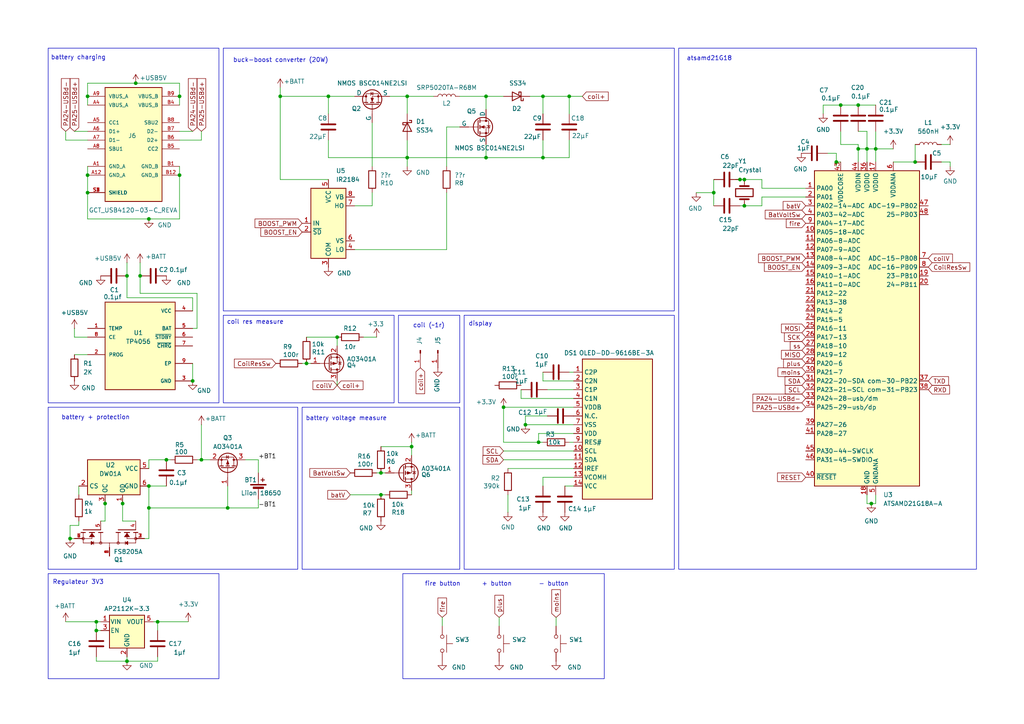
<source format=kicad_sch>
(kicad_sch
	(version 20231120)
	(generator "eeschema")
	(generator_version "8.0")
	(uuid "e79128ee-212b-4442-a43f-c163c43b8a09")
	(paper "A4")
	(title_block
		(title "VBox")
		(date "2024-12-24")
		(rev "0.2")
	)
	
	(junction
		(at 40.64 80.01)
		(diameter 0)
		(color 0 0 0 0)
		(uuid "23504f13-80a2-4715-bef8-aa16c7b529df")
	)
	(junction
		(at 36.83 80.01)
		(diameter 0)
		(color 0 0 0 0)
		(uuid "25212f8e-a551-485c-9432-5ecf007d1aa6")
	)
	(junction
		(at 97.79 97.79)
		(diameter 0)
		(color 0 0 0 0)
		(uuid "256508f6-f352-4368-9d6f-96e3b24bd969")
	)
	(junction
		(at 265.43 46.99)
		(diameter 0)
		(color 0 0 0 0)
		(uuid "28a7f15f-e8cb-47fa-9735-95b60f69a11e")
	)
	(junction
		(at 27.94 180.34)
		(diameter 0)
		(color 0 0 0 0)
		(uuid "28eae92f-0177-4bde-8608-e0e261004e73")
	)
	(junction
		(at 35.56 146.05)
		(diameter 0)
		(color 0 0 0 0)
		(uuid "2cb2d602-9b2d-47ce-89a2-9b3042d3e819")
	)
	(junction
		(at 88.9 105.41)
		(diameter 0)
		(color 0 0 0 0)
		(uuid "2f8c70b4-d508-49d2-ad93-7940785cfbdd")
	)
	(junction
		(at 165.1 27.94)
		(diameter 0)
		(color 0 0 0 0)
		(uuid "3f917f1c-1b82-4fdb-a0b3-9a53e78d38e6")
	)
	(junction
		(at 43.18 140.97)
		(diameter 0)
		(color 0 0 0 0)
		(uuid "40f166c1-6a8b-4ecc-8b51-eb5486a28fec")
	)
	(junction
		(at 140.97 27.94)
		(diameter 0)
		(color 0 0 0 0)
		(uuid "41472a5f-8700-41f4-a901-2a78248b882c")
	)
	(junction
		(at 156.21 128.27)
		(diameter 0)
		(color 0 0 0 0)
		(uuid "4217b900-d535-4734-a2ac-7b93230d661f")
	)
	(junction
		(at 52.07 50.8)
		(diameter 0)
		(color 0 0 0 0)
		(uuid "4376ad4b-535b-4d86-bb10-3b5d73595cab")
	)
	(junction
		(at 43.18 147.32)
		(diameter 0)
		(color 0 0 0 0)
		(uuid "43e76dff-8d19-45cc-8fb8-10a9d4ea79d1")
	)
	(junction
		(at 118.11 27.94)
		(diameter 0)
		(color 0 0 0 0)
		(uuid "4596d9c1-db6a-49a0-b6ad-ea951e5461e9")
	)
	(junction
		(at 248.92 30.48)
		(diameter 0)
		(color 0 0 0 0)
		(uuid "493ef42d-3b1e-4d6c-b517-aa3ae5fb25c1")
	)
	(junction
		(at 81.28 27.94)
		(diameter 0)
		(color 0 0 0 0)
		(uuid "54391207-d4ca-4300-8aa9-67a0c5b33827")
	)
	(junction
		(at 95.25 27.94)
		(diameter 0)
		(color 0 0 0 0)
		(uuid "5b1cce7e-68f7-4fba-925f-192bd65439cd")
	)
	(junction
		(at 146.05 118.11)
		(diameter 0)
		(color 0 0 0 0)
		(uuid "5e612b7d-95fe-4bd7-949f-a70b8fc4404d")
	)
	(junction
		(at 52.07 27.94)
		(diameter 0)
		(color 0 0 0 0)
		(uuid "623c6046-5d53-4de6-a469-f2d6de362753")
	)
	(junction
		(at 27.94 182.88)
		(diameter 0)
		(color 0 0 0 0)
		(uuid "65bc46f2-2d7d-4111-854b-2388614adcd2")
	)
	(junction
		(at 215.9 52.07)
		(diameter 0)
		(color 0 0 0 0)
		(uuid "65fc6330-fe0c-4dec-8cfa-07ba958e8f0d")
	)
	(junction
		(at 157.48 45.72)
		(diameter 0)
		(color 0 0 0 0)
		(uuid "673dd7d2-9a99-4cb3-a745-ab18333e5458")
	)
	(junction
		(at 214.63 52.07)
		(diameter 0)
		(color 0 0 0 0)
		(uuid "70939512-8999-4a3a-bc2a-982e08c1650b")
	)
	(junction
		(at 252.73 146.05)
		(diameter 0)
		(color 0 0 0 0)
		(uuid "75eeb78e-93a7-4e17-a6d2-a82cb97a94a3")
	)
	(junction
		(at 43.18 63.5)
		(diameter 0)
		(color 0 0 0 0)
		(uuid "8556be23-d485-426f-9101-db5b217bbca9")
	)
	(junction
		(at 110.49 137.16)
		(diameter 0)
		(color 0 0 0 0)
		(uuid "89ae31ad-11ee-4e85-b083-c715fe8313af")
	)
	(junction
		(at 30.48 146.05)
		(diameter 0)
		(color 0 0 0 0)
		(uuid "89b509f0-1dc2-4bdf-9dcc-5f6c87146a10")
	)
	(junction
		(at 36.83 191.77)
		(diameter 0)
		(color 0 0 0 0)
		(uuid "8af1900f-011d-4e7c-9336-0af8428564d3")
	)
	(junction
		(at 157.48 27.94)
		(diameter 0)
		(color 0 0 0 0)
		(uuid "8bc311c2-1b73-49b6-91da-3e438f534b32")
	)
	(junction
		(at 254 43.18)
		(diameter 0)
		(color 0 0 0 0)
		(uuid "8fbfbb1d-c229-48ea-8a99-c591d40861c0")
	)
	(junction
		(at 45.72 180.34)
		(diameter 0)
		(color 0 0 0 0)
		(uuid "970b4a40-f5c8-43bf-8b8c-15e68e44f5a6")
	)
	(junction
		(at 152.4 123.19)
		(diameter 0)
		(color 0 0 0 0)
		(uuid "9dd5d14b-36b0-4a2b-ad26-b1f91462cdbc")
	)
	(junction
		(at 20.32 156.21)
		(diameter 0)
		(color 0 0 0 0)
		(uuid "a34ece46-2b51-48f3-a371-3d05e13266c7")
	)
	(junction
		(at 66.04 147.32)
		(diameter 0)
		(color 0 0 0 0)
		(uuid "a9332a55-2504-4f94-9635-4afb699a1420")
	)
	(junction
		(at 25.4 50.8)
		(diameter 0)
		(color 0 0 0 0)
		(uuid "ac2955c4-896a-40ac-9121-0a5dac7b44df")
	)
	(junction
		(at 140.97 45.72)
		(diameter 0)
		(color 0 0 0 0)
		(uuid "af471206-c894-4f10-bc37-80fc968a2f22")
	)
	(junction
		(at 119.38 129.54)
		(diameter 0)
		(color 0 0 0 0)
		(uuid "b8c28ab1-16c9-4420-be62-1859efec0171")
	)
	(junction
		(at 48.26 133.35)
		(diameter 0)
		(color 0 0 0 0)
		(uuid "cc57f43e-bb39-44af-a9a0-88db0b9dc470")
	)
	(junction
		(at 207.01 55.88)
		(diameter 0)
		(color 0 0 0 0)
		(uuid "dd6d74a7-d191-403d-900d-98ea5afbf557")
	)
	(junction
		(at 25.4 27.94)
		(diameter 0)
		(color 0 0 0 0)
		(uuid "df4aff65-b7a6-4b06-a274-d0507daad822")
	)
	(junction
		(at 243.84 30.48)
		(diameter 0)
		(color 0 0 0 0)
		(uuid "df5d0cff-c28b-408a-86fc-f8cb5b38b2be")
	)
	(junction
		(at 215.9 59.69)
		(diameter 0)
		(color 0 0 0 0)
		(uuid "e21ecfdc-20b7-42d1-9131-726bb411738e")
	)
	(junction
		(at 242.57 46.99)
		(diameter 0)
		(color 0 0 0 0)
		(uuid "e6086cf0-07e5-4180-9234-9530fe09b7e6")
	)
	(junction
		(at 251.46 43.18)
		(diameter 0)
		(color 0 0 0 0)
		(uuid "e69e276e-6a11-412e-ae07-eb6b5b6008e3")
	)
	(junction
		(at 248.92 43.18)
		(diameter 0)
		(color 0 0 0 0)
		(uuid "e8ecf99e-f45c-4bbf-b51f-1f1b7eb9896b")
	)
	(junction
		(at 110.49 143.51)
		(diameter 0)
		(color 0 0 0 0)
		(uuid "ec7d8b1b-c3a1-46db-a803-6cf0c8de4ab7")
	)
	(junction
		(at 55.88 110.49)
		(diameter 0)
		(color 0 0 0 0)
		(uuid "eff7a68a-7026-48de-bc34-3329900a0206")
	)
	(junction
		(at 39.37 24.13)
		(diameter 0)
		(color 0 0 0 0)
		(uuid "f4b8a65a-764c-4642-ad47-2a593ed00e6c")
	)
	(junction
		(at 25.4 55.88)
		(diameter 0)
		(color 0 0 0 0)
		(uuid "f7dedbe3-c0ef-4193-884b-5354b0c7bee5")
	)
	(junction
		(at 118.11 45.72)
		(diameter 0)
		(color 0 0 0 0)
		(uuid "fa701978-6a8f-4b13-a30d-54e655426999")
	)
	(junction
		(at 58.42 133.35)
		(diameter 0)
		(color 0 0 0 0)
		(uuid "fd303f27-1f51-4c62-947e-2c22d346bc82")
	)
	(wire
		(pts
			(xy 238.76 33.02) (xy 238.76 30.48)
		)
		(stroke
			(width 0)
			(type default)
		)
		(uuid "001c2bf2-5906-45fa-a51b-ceb9d597f272")
	)
	(wire
		(pts
			(xy 273.05 41.91) (xy 275.59 41.91)
		)
		(stroke
			(width 0)
			(type default)
		)
		(uuid "00e7f358-c298-4e98-8cb6-a9c0f3208779")
	)
	(wire
		(pts
			(xy 156.21 125.73) (xy 156.21 128.27)
		)
		(stroke
			(width 0)
			(type default)
		)
		(uuid "059d077b-37cf-42c5-ab1f-07845c2262af")
	)
	(wire
		(pts
			(xy 240.03 44.45) (xy 242.57 44.45)
		)
		(stroke
			(width 0)
			(type default)
		)
		(uuid "081c4f63-4b4d-4db5-ac4b-c03430064cb4")
	)
	(wire
		(pts
			(xy 215.9 52.07) (xy 220.98 52.07)
		)
		(stroke
			(width 0)
			(type default)
		)
		(uuid "09dd95d5-2327-4a2a-afb2-1bc7b43e11dc")
	)
	(wire
		(pts
			(xy 165.1 128.27) (xy 166.37 128.27)
		)
		(stroke
			(width 0)
			(type default)
		)
		(uuid "09f80b0d-7df1-4211-a7d3-bc19f8ca477b")
	)
	(wire
		(pts
			(xy 30.48 144.78) (xy 30.48 146.05)
		)
		(stroke
			(width 0)
			(type default)
		)
		(uuid "0a28b023-c249-4c29-9195-dc899621eb0e")
	)
	(wire
		(pts
			(xy 57.15 95.25) (xy 55.88 95.25)
		)
		(stroke
			(width 0)
			(type default)
		)
		(uuid "0d2565ff-dbd2-4fee-a2fc-1af442afa4c4")
	)
	(wire
		(pts
			(xy 57.15 95.25) (xy 57.15 85.09)
		)
		(stroke
			(width 0)
			(type default)
		)
		(uuid "0e258064-ae6f-45b7-afc3-a11f21ac0895")
	)
	(wire
		(pts
			(xy 25.4 48.26) (xy 25.4 50.8)
		)
		(stroke
			(width 0)
			(type default)
		)
		(uuid "0e9bff64-9f13-4dfe-986e-7483cea776ca")
	)
	(wire
		(pts
			(xy 254 43.18) (xy 254 46.99)
		)
		(stroke
			(width 0)
			(type default)
		)
		(uuid "0fe0a0ee-faef-449b-ab10-e5795efffab7")
	)
	(wire
		(pts
			(xy 158.75 120.65) (xy 152.4 120.65)
		)
		(stroke
			(width 0)
			(type default)
		)
		(uuid "11377225-1192-4577-a11a-9ca23dce9978")
	)
	(wire
		(pts
			(xy 110.49 129.54) (xy 119.38 129.54)
		)
		(stroke
			(width 0)
			(type default)
		)
		(uuid "123ef7c2-830b-44ce-9e0f-2ec10f68da7e")
	)
	(wire
		(pts
			(xy 43.18 147.32) (xy 43.18 156.21)
		)
		(stroke
			(width 0)
			(type default)
		)
		(uuid "152e71aa-215f-4833-95e5-51320d6abe4c")
	)
	(wire
		(pts
			(xy 166.37 110.49) (xy 157.48 110.49)
		)
		(stroke
			(width 0)
			(type default)
		)
		(uuid "1583726e-8ef6-4253-88c6-6869fabf56c8")
	)
	(wire
		(pts
			(xy 144.78 179.07) (xy 144.78 181.61)
		)
		(stroke
			(width 0)
			(type default)
		)
		(uuid "15d78704-d136-4a50-acc2-5d9272f3652a")
	)
	(wire
		(pts
			(xy 95.25 45.72) (xy 118.11 45.72)
		)
		(stroke
			(width 0)
			(type default)
		)
		(uuid "1c164f09-eecf-41ea-bbe6-c2aa7c3a0642")
	)
	(wire
		(pts
			(xy 214.63 59.69) (xy 215.9 59.69)
		)
		(stroke
			(width 0)
			(type default)
		)
		(uuid "206ea08f-7925-4572-9454-b9364904f29f")
	)
	(wire
		(pts
			(xy 215.9 59.69) (xy 220.98 59.69)
		)
		(stroke
			(width 0)
			(type default)
		)
		(uuid "2299b2bc-2b78-42de-9069-eb89126373cb")
	)
	(wire
		(pts
			(xy 140.97 27.94) (xy 140.97 31.75)
		)
		(stroke
			(width 0)
			(type default)
		)
		(uuid "22d2dedd-0d05-40c2-ac4b-4137bf87163f")
	)
	(wire
		(pts
			(xy 52.07 40.64) (xy 58.42 40.64)
		)
		(stroke
			(width 0)
			(type default)
		)
		(uuid "233d98bc-7434-40a9-a852-f159440b2bc1")
	)
	(wire
		(pts
			(xy 254 43.18) (xy 259.08 43.18)
		)
		(stroke
			(width 0)
			(type default)
		)
		(uuid "24b3a105-032e-46c6-843a-a8427d6f7f66")
	)
	(wire
		(pts
			(xy 19.05 38.1) (xy 19.05 40.64)
		)
		(stroke
			(width 0)
			(type default)
		)
		(uuid "29b2560f-f31a-4737-ba6b-0eb0ddbf2745")
	)
	(wire
		(pts
			(xy 119.38 128.27) (xy 119.38 129.54)
		)
		(stroke
			(width 0)
			(type default)
		)
		(uuid "2b071163-e761-4f68-926b-225c4036ea80")
	)
	(wire
		(pts
			(xy 166.37 113.03) (xy 158.75 113.03)
		)
		(stroke
			(width 0)
			(type default)
		)
		(uuid "2cb62b69-e6a5-4953-9d3c-aa3a075cb925")
	)
	(wire
		(pts
			(xy 43.18 147.32) (xy 66.04 147.32)
		)
		(stroke
			(width 0)
			(type default)
		)
		(uuid "2cdcaef8-d603-4b28-870f-6290558e9f60")
	)
	(wire
		(pts
			(xy 58.42 40.64) (xy 58.42 38.1)
		)
		(stroke
			(width 0)
			(type default)
		)
		(uuid "2efaafd8-cd77-47e8-8c5b-898618074f24")
	)
	(wire
		(pts
			(xy 207.01 52.07) (xy 207.01 55.88)
		)
		(stroke
			(width 0)
			(type default)
		)
		(uuid "2f5d092a-ff5e-4bb5-8f77-0c5c3f32c70a")
	)
	(wire
		(pts
			(xy 21.59 97.79) (xy 25.4 97.79)
		)
		(stroke
			(width 0)
			(type default)
		)
		(uuid "2f8c859a-8b30-4843-b0b6-c5e8ba90f4b5")
	)
	(wire
		(pts
			(xy 146.05 130.81) (xy 166.37 130.81)
		)
		(stroke
			(width 0)
			(type default)
		)
		(uuid "311cf34a-d8df-4511-ae46-4d42f6c85240")
	)
	(wire
		(pts
			(xy 20.32 156.21) (xy 21.59 156.21)
		)
		(stroke
			(width 0)
			(type default)
		)
		(uuid "3167ec46-f722-4478-ac05-e998364cd6d0")
	)
	(wire
		(pts
			(xy 35.56 146.05) (xy 35.56 151.13)
		)
		(stroke
			(width 0)
			(type default)
		)
		(uuid "32888c70-d8bf-4f43-a273-840a7dc87032")
	)
	(wire
		(pts
			(xy 118.11 27.94) (xy 125.73 27.94)
		)
		(stroke
			(width 0)
			(type default)
		)
		(uuid "33d5dc4b-e38f-49fc-9d09-e8dd11ba336c")
	)
	(wire
		(pts
			(xy 109.22 97.79) (xy 105.41 97.79)
		)
		(stroke
			(width 0)
			(type default)
		)
		(uuid "3461a1d9-a745-4497-8647-d80d84fa4a2a")
	)
	(wire
		(pts
			(xy 140.97 27.94) (xy 146.05 27.94)
		)
		(stroke
			(width 0)
			(type default)
		)
		(uuid "34d4f091-19a1-41d9-ad50-b4963b5f0345")
	)
	(wire
		(pts
			(xy 60.96 133.35) (xy 58.42 133.35)
		)
		(stroke
			(width 0)
			(type default)
		)
		(uuid "3522f34c-6487-49bf-ac51-7323b17345b2")
	)
	(wire
		(pts
			(xy 27.94 182.88) (xy 27.94 180.34)
		)
		(stroke
			(width 0)
			(type default)
		)
		(uuid "360239ca-2d36-41bf-801a-e2781682dcf0")
	)
	(wire
		(pts
			(xy 213.36 52.07) (xy 214.63 52.07)
		)
		(stroke
			(width 0)
			(type default)
		)
		(uuid "3783feb7-ae28-484b-b28e-53c86e9589d4")
	)
	(wire
		(pts
			(xy 41.91 156.21) (xy 43.18 156.21)
		)
		(stroke
			(width 0)
			(type default)
		)
		(uuid "391027ba-8856-443e-9d95-57a090209cf3")
	)
	(wire
		(pts
			(xy 81.28 52.07) (xy 81.28 27.94)
		)
		(stroke
			(width 0)
			(type default)
		)
		(uuid "39b796e2-4c54-4f72-9fa1-ca0abfbe21f0")
	)
	(wire
		(pts
			(xy 19.05 40.64) (xy 25.4 40.64)
		)
		(stroke
			(width 0)
			(type default)
		)
		(uuid "3a9653e4-41ee-4082-8f37-b24974550e3b")
	)
	(wire
		(pts
			(xy 254 143.51) (xy 254 146.05)
		)
		(stroke
			(width 0)
			(type default)
		)
		(uuid "3ce097d5-18c6-4608-a453-e0fce05cf9c0")
	)
	(wire
		(pts
			(xy 113.03 27.94) (xy 118.11 27.94)
		)
		(stroke
			(width 0)
			(type default)
		)
		(uuid "3d64708c-e4d4-47c4-904d-f97f1614568a")
	)
	(wire
		(pts
			(xy 97.79 111.76) (xy 97.79 110.49)
		)
		(stroke
			(width 0)
			(type default)
		)
		(uuid "4169202d-6f43-4c80-9f90-37733b08bab1")
	)
	(wire
		(pts
			(xy 220.98 57.15) (xy 233.68 57.15)
		)
		(stroke
			(width 0)
			(type default)
		)
		(uuid "417dafaf-5036-4456-a10d-5733f5e20894")
	)
	(wire
		(pts
			(xy 43.18 140.97) (xy 43.18 147.32)
		)
		(stroke
			(width 0)
			(type default)
		)
		(uuid "4218893e-d419-4ffe-ad62-712dcd025ff7")
	)
	(wire
		(pts
			(xy 265.43 46.99) (xy 265.43 41.91)
		)
		(stroke
			(width 0)
			(type default)
		)
		(uuid "423a72f4-7332-4b04-9cdd-be019e28362e")
	)
	(wire
		(pts
			(xy 102.87 59.69) (xy 107.95 59.69)
		)
		(stroke
			(width 0)
			(type default)
		)
		(uuid "4240adab-3704-43b6-afe0-8d6a76ae060c")
	)
	(wire
		(pts
			(xy 25.4 63.5) (xy 43.18 63.5)
		)
		(stroke
			(width 0)
			(type default)
		)
		(uuid "4290af65-d062-49b6-bd08-49995eae19e2")
	)
	(wire
		(pts
			(xy 248.92 43.18) (xy 248.92 46.99)
		)
		(stroke
			(width 0)
			(type default)
		)
		(uuid "44c795f6-f19c-456c-a2fd-e72e90135f22")
	)
	(wire
		(pts
			(xy 242.57 48.26) (xy 242.57 46.99)
		)
		(stroke
			(width 0)
			(type default)
		)
		(uuid "45293591-3106-4a38-8ece-0096a4a9b366")
	)
	(wire
		(pts
			(xy 118.11 27.94) (xy 118.11 33.02)
		)
		(stroke
			(width 0)
			(type default)
		)
		(uuid "46a2ba2a-cdca-46fd-9321-d86abb65034c")
	)
	(wire
		(pts
			(xy 52.07 38.1) (xy 55.88 38.1)
		)
		(stroke
			(width 0)
			(type default)
		)
		(uuid "46a7930e-ff63-4b68-ae7c-6334c83cc38d")
	)
	(wire
		(pts
			(xy 165.1 107.95) (xy 166.37 107.95)
		)
		(stroke
			(width 0)
			(type default)
		)
		(uuid "4b0c2310-69ce-4f33-ba09-74e5d47845f2")
	)
	(wire
		(pts
			(xy 43.18 135.89) (xy 43.18 133.35)
		)
		(stroke
			(width 0)
			(type default)
		)
		(uuid "4b9104fc-d6d0-4d02-bf45-2760e05a9936")
	)
	(wire
		(pts
			(xy 207.01 59.69) (xy 207.01 55.88)
		)
		(stroke
			(width 0)
			(type default)
		)
		(uuid "4c2d8e40-a0dc-4745-86ea-d240c9420e7f")
	)
	(wire
		(pts
			(xy 165.1 40.64) (xy 165.1 45.72)
		)
		(stroke
			(width 0)
			(type default)
		)
		(uuid "4d67cd1e-a6d0-4fe1-99d3-f60ba7e6e238")
	)
	(wire
		(pts
			(xy 110.49 143.51) (xy 111.76 143.51)
		)
		(stroke
			(width 0)
			(type default)
		)
		(uuid "4da6e938-61ce-4acf-a55c-14760a407de5")
	)
	(wire
		(pts
			(xy 102.87 72.39) (xy 129.54 72.39)
		)
		(stroke
			(width 0)
			(type default)
		)
		(uuid "5029b9b3-e8e5-40f9-8bd3-ab541d630470")
	)
	(wire
		(pts
			(xy 129.54 36.83) (xy 133.35 36.83)
		)
		(stroke
			(width 0)
			(type default)
		)
		(uuid "5066b989-3f66-40c8-b169-012cccec7e8b")
	)
	(wire
		(pts
			(xy 43.18 133.35) (xy 48.26 133.35)
		)
		(stroke
			(width 0)
			(type default)
		)
		(uuid "507581eb-367b-44b3-a5cb-cbf17268a41b")
	)
	(wire
		(pts
			(xy 220.98 59.69) (xy 220.98 57.15)
		)
		(stroke
			(width 0)
			(type default)
		)
		(uuid "512d4f9c-9dbc-401d-b937-d2b3774de403")
	)
	(wire
		(pts
			(xy 128.27 179.07) (xy 128.27 181.61)
		)
		(stroke
			(width 0)
			(type default)
		)
		(uuid "514d8993-87ea-405b-964a-8e923807c9e6")
	)
	(wire
		(pts
			(xy 88.9 97.79) (xy 97.79 97.79)
		)
		(stroke
			(width 0)
			(type default)
		)
		(uuid "52408fda-ffec-410b-bb07-f71add3c818b")
	)
	(wire
		(pts
			(xy 21.59 95.25) (xy 21.59 97.79)
		)
		(stroke
			(width 0)
			(type default)
		)
		(uuid "5358283d-5c06-46a4-bebc-4ef6be8bdf51")
	)
	(wire
		(pts
			(xy 251.46 38.1) (xy 251.46 43.18)
		)
		(stroke
			(width 0)
			(type default)
		)
		(uuid "563948bd-76a7-4bac-811f-d438845ed674")
	)
	(wire
		(pts
			(xy 119.38 143.51) (xy 119.38 142.24)
		)
		(stroke
			(width 0)
			(type default)
		)
		(uuid "56502c0c-2fa4-4a3a-89bb-e0889bc86dea")
	)
	(wire
		(pts
			(xy 109.22 137.16) (xy 110.49 137.16)
		)
		(stroke
			(width 0)
			(type default)
		)
		(uuid "57ec4aa0-9e32-45f5-ab27-d0b331690e68")
	)
	(wire
		(pts
			(xy 151.13 113.03) (xy 151.13 115.57)
		)
		(stroke
			(width 0)
			(type default)
		)
		(uuid "5a068dd7-1cff-4346-9101-649bb2162239")
	)
	(wire
		(pts
			(xy 254 38.1) (xy 254 43.18)
		)
		(stroke
			(width 0)
			(type default)
		)
		(uuid "5a7df095-19e9-4318-81ce-c92d76fea762")
	)
	(wire
		(pts
			(xy 43.18 140.97) (xy 48.26 140.97)
		)
		(stroke
			(width 0)
			(type default)
		)
		(uuid "5a96c07f-c099-4d57-ab78-8108721f3b21")
	)
	(wire
		(pts
			(xy 58.42 133.35) (xy 58.42 123.19)
		)
		(stroke
			(width 0)
			(type default)
		)
		(uuid "5abe0e43-0321-4927-a464-6e61efe86853")
	)
	(wire
		(pts
			(xy 251.46 146.05) (xy 251.46 143.51)
		)
		(stroke
			(width 0)
			(type default)
		)
		(uuid "5c22cb53-56f1-419c-b7ac-e36c6950177c")
	)
	(wire
		(pts
			(xy 243.84 41.91) (xy 248.92 41.91)
		)
		(stroke
			(width 0)
			(type default)
		)
		(uuid "5c2b52c2-dcac-464a-a137-e73644344e3a")
	)
	(wire
		(pts
			(xy 242.57 46.99) (xy 243.84 46.99)
		)
		(stroke
			(width 0)
			(type default)
		)
		(uuid "5c5e8f76-6622-425b-9f90-50fa6ca6a3d9")
	)
	(wire
		(pts
			(xy 35.56 144.78) (xy 35.56 146.05)
		)
		(stroke
			(width 0)
			(type default)
		)
		(uuid "5d32d9c8-78dc-45a5-84d4-ce327b9521da")
	)
	(wire
		(pts
			(xy 21.59 38.1) (xy 25.4 38.1)
		)
		(stroke
			(width 0)
			(type default)
		)
		(uuid "63399f57-bc27-48fe-a7f6-b1283ed1ad04")
	)
	(wire
		(pts
			(xy 22.86 152.4) (xy 20.32 152.4)
		)
		(stroke
			(width 0)
			(type default)
		)
		(uuid "6823a712-7d62-4652-a910-4ecb18fe1b6f")
	)
	(wire
		(pts
			(xy 44.45 180.34) (xy 45.72 180.34)
		)
		(stroke
			(width 0)
			(type default)
		)
		(uuid "69193738-8b61-4804-8df9-abb894b50bdf")
	)
	(wire
		(pts
			(xy 97.79 97.79) (xy 97.79 100.33)
		)
		(stroke
			(width 0)
			(type default)
		)
		(uuid "69715bf4-60af-4978-8321-f3d98173be75")
	)
	(wire
		(pts
			(xy 57.15 133.35) (xy 58.42 133.35)
		)
		(stroke
			(width 0)
			(type default)
		)
		(uuid "69e8bee0-0ae5-4716-91d3-dc7ff4b23f8a")
	)
	(wire
		(pts
			(xy 74.93 137.16) (xy 74.93 133.35)
		)
		(stroke
			(width 0)
			(type default)
		)
		(uuid "6b39adab-86a5-4f34-8b36-3aa4ca9c2636")
	)
	(wire
		(pts
			(xy 238.76 30.48) (xy 243.84 30.48)
		)
		(stroke
			(width 0)
			(type default)
		)
		(uuid "6c384dcd-98b1-4a57-9b2f-f748a00b9372")
	)
	(wire
		(pts
			(xy 40.64 85.09) (xy 40.64 80.01)
		)
		(stroke
			(width 0)
			(type default)
		)
		(uuid "72de1630-a37d-42a2-af6e-112fe85d9e55")
	)
	(wire
		(pts
			(xy 88.9 105.41) (xy 90.17 105.41)
		)
		(stroke
			(width 0)
			(type default)
		)
		(uuid "73bb63ec-8014-4446-90dd-92ecbc865507")
	)
	(wire
		(pts
			(xy 242.57 44.45) (xy 242.57 46.99)
		)
		(stroke
			(width 0)
			(type default)
		)
		(uuid "75fe539f-82b4-4f68-a8f8-46c8c4b9a031")
	)
	(wire
		(pts
			(xy 248.92 41.91) (xy 248.92 43.18)
		)
		(stroke
			(width 0)
			(type default)
		)
		(uuid "778cafbb-8f63-477c-894d-40ee7ae006ee")
	)
	(wire
		(pts
			(xy 101.6 143.51) (xy 110.49 143.51)
		)
		(stroke
			(width 0)
			(type default)
		)
		(uuid "77e62739-b2c4-4f17-bab0-1fb3b33ef9e6")
	)
	(wire
		(pts
			(xy 157.48 40.64) (xy 157.48 45.72)
		)
		(stroke
			(width 0)
			(type default)
		)
		(uuid "788ece2b-f786-4f2c-a755-350fb4043bfd")
	)
	(wire
		(pts
			(xy 165.1 27.94) (xy 168.91 27.94)
		)
		(stroke
			(width 0)
			(type default)
		)
		(uuid "789ae7a9-8a3c-4bb8-be68-958e17319350")
	)
	(wire
		(pts
			(xy 36.83 86.36) (xy 36.83 80.01)
		)
		(stroke
			(width 0)
			(type default)
		)
		(uuid "78f17253-1d2b-444e-bad5-bf7ebdc39753")
	)
	(wire
		(pts
			(xy 52.07 27.94) (xy 52.07 30.48)
		)
		(stroke
			(width 0)
			(type default)
		)
		(uuid "7a47b54f-a771-46d3-8dff-55dfd5f17b19")
	)
	(wire
		(pts
			(xy 27.94 191.77) (xy 36.83 191.77)
		)
		(stroke
			(width 0)
			(type default)
		)
		(uuid "7dbc4fff-eea6-41d6-83d7-700fb85e7c1b")
	)
	(wire
		(pts
			(xy 129.54 48.26) (xy 129.54 36.83)
		)
		(stroke
			(width 0)
			(type default)
		)
		(uuid "7ddfa5d0-5ee7-43d0-b3d9-5adf1a472496")
	)
	(wire
		(pts
			(xy 243.84 30.48) (xy 248.92 30.48)
		)
		(stroke
			(width 0)
			(type default)
		)
		(uuid "7ed89645-2dc7-4f00-ab2e-e05e8444f924")
	)
	(wire
		(pts
			(xy 147.32 135.89) (xy 166.37 135.89)
		)
		(stroke
			(width 0)
			(type default)
		)
		(uuid "803ede38-9d19-4360-9da4-305d1900f3ca")
	)
	(wire
		(pts
			(xy 252.73 146.05) (xy 254 146.05)
		)
		(stroke
			(width 0)
			(type default)
		)
		(uuid "83b4bf48-1e8a-4c8e-972e-8f397db731fb")
	)
	(wire
		(pts
			(xy 166.37 118.11) (xy 146.05 118.11)
		)
		(stroke
			(width 0)
			(type default)
		)
		(uuid "85b4d837-ede9-41a2-8b6b-be843669f01d")
	)
	(wire
		(pts
			(xy 140.97 45.72) (xy 118.11 45.72)
		)
		(stroke
			(width 0)
			(type default)
		)
		(uuid "85bcce14-8a6d-4c3f-bae0-0d7a808745f0")
	)
	(wire
		(pts
			(xy 146.05 118.11) (xy 146.05 128.27)
		)
		(stroke
			(width 0)
			(type default)
		)
		(uuid "870b3c73-176b-4954-99bf-e4a3f4d86f5b")
	)
	(wire
		(pts
			(xy 27.94 180.34) (xy 29.21 180.34)
		)
		(stroke
			(width 0)
			(type default)
		)
		(uuid "889e4369-8b34-4920-ac88-7b382e09dc3f")
	)
	(wire
		(pts
			(xy 248.92 43.18) (xy 251.46 43.18)
		)
		(stroke
			(width 0)
			(type default)
		)
		(uuid "8987cf81-815d-4e6e-a98d-0ce8a727e55f")
	)
	(wire
		(pts
			(xy 133.35 27.94) (xy 140.97 27.94)
		)
		(stroke
			(width 0)
			(type default)
		)
		(uuid "89f08cd4-77f2-41ae-9741-d6f08b02abb9")
	)
	(wire
		(pts
			(xy 55.88 86.36) (xy 36.83 86.36)
		)
		(stroke
			(width 0)
			(type default)
		)
		(uuid "8a69fa63-9b01-4512-9633-60770ffd6532")
	)
	(wire
		(pts
			(xy 27.94 182.88) (xy 29.21 182.88)
		)
		(stroke
			(width 0)
			(type default)
		)
		(uuid "8b41f468-3b96-4d18-acdd-389b41571595")
	)
	(wire
		(pts
			(xy 25.4 27.94) (xy 25.4 24.13)
		)
		(stroke
			(width 0)
			(type default)
		)
		(uuid "8bd024b4-17f5-4dd4-8ff4-dadfc27863e3")
	)
	(wire
		(pts
			(xy 220.98 52.07) (xy 220.98 54.61)
		)
		(stroke
			(width 0)
			(type default)
		)
		(uuid "8ccdf24d-7ba4-40aa-a4e9-43de31342d8b")
	)
	(wire
		(pts
			(xy 22.86 152.4) (xy 22.86 151.13)
		)
		(stroke
			(width 0)
			(type default)
		)
		(uuid "902cf45b-b13e-44e3-bd4c-307adef06bc1")
	)
	(wire
		(pts
			(xy 107.95 48.26) (xy 107.95 35.56)
		)
		(stroke
			(width 0)
			(type default)
		)
		(uuid "90505e58-125f-4cc7-9e33-1aed39150304")
	)
	(wire
		(pts
			(xy 55.88 90.17) (xy 55.88 86.36)
		)
		(stroke
			(width 0)
			(type default)
		)
		(uuid "9058f39b-d13c-4c72-80e5-f5a68a2cc134")
	)
	(wire
		(pts
			(xy 157.48 110.49) (xy 157.48 107.95)
		)
		(stroke
			(width 0)
			(type default)
		)
		(uuid "919ce4dd-0292-41c6-9d22-55c2c409f123")
	)
	(wire
		(pts
			(xy 251.46 43.18) (xy 254 43.18)
		)
		(stroke
			(width 0)
			(type default)
		)
		(uuid "92242dbb-018f-436f-9286-d16875ff5529")
	)
	(wire
		(pts
			(xy 157.48 45.72) (xy 165.1 45.72)
		)
		(stroke
			(width 0)
			(type default)
		)
		(uuid "9600819c-1a81-495c-b10b-a8fe8c8bbb9c")
	)
	(wire
		(pts
			(xy 95.25 40.64) (xy 95.25 45.72)
		)
		(stroke
			(width 0)
			(type default)
		)
		(uuid "96538678-5718-43d4-872b-34895dc49637")
	)
	(wire
		(pts
			(xy 119.38 129.54) (xy 119.38 132.08)
		)
		(stroke
			(width 0)
			(type default)
		)
		(uuid "96ac7688-571b-4a0e-980f-801bb1888e6e")
	)
	(wire
		(pts
			(xy 129.54 72.39) (xy 129.54 55.88)
		)
		(stroke
			(width 0)
			(type default)
		)
		(uuid "99592650-7ccb-453b-bfcf-8e509acf018b")
	)
	(wire
		(pts
			(xy 87.63 105.41) (xy 88.9 105.41)
		)
		(stroke
			(width 0)
			(type default)
		)
		(uuid "9a551e3c-15b6-47d3-ac1f-89bb5fc92497")
	)
	(wire
		(pts
			(xy 157.48 27.94) (xy 165.1 27.94)
		)
		(stroke
			(width 0)
			(type default)
		)
		(uuid "9b2a712e-7109-4a47-86c3-3b76ecc233ec")
	)
	(wire
		(pts
			(xy 107.95 59.69) (xy 107.95 55.88)
		)
		(stroke
			(width 0)
			(type default)
		)
		(uuid "9c36575a-2244-4400-b2ee-d972b6d2c1a9")
	)
	(wire
		(pts
			(xy 252.73 146.05) (xy 251.46 146.05)
		)
		(stroke
			(width 0)
			(type default)
		)
		(uuid "9ce49e65-59d0-4c54-a8a0-220beeb2c857")
	)
	(wire
		(pts
			(xy 25.4 50.8) (xy 25.4 55.88)
		)
		(stroke
			(width 0)
			(type default)
		)
		(uuid "9d2442c1-4311-4bba-bd5e-52dce7c9e373")
	)
	(wire
		(pts
			(xy 36.83 76.2) (xy 36.83 80.01)
		)
		(stroke
			(width 0)
			(type default)
		)
		(uuid "9e310c8a-0642-4073-aa6d-813d716cd45b")
	)
	(wire
		(pts
			(xy 81.28 25.4) (xy 81.28 27.94)
		)
		(stroke
			(width 0)
			(type default)
		)
		(uuid "a01d84a5-df6b-4bdf-be31-a68268ce03fe")
	)
	(wire
		(pts
			(xy 25.4 24.13) (xy 39.37 24.13)
		)
		(stroke
			(width 0)
			(type default)
		)
		(uuid "a0befb26-54e0-44ac-9981-9ceb80c24797")
	)
	(wire
		(pts
			(xy 30.48 151.13) (xy 29.21 151.13)
		)
		(stroke
			(width 0)
			(type default)
		)
		(uuid "a20b69e8-d433-475d-a812-0cd1482305f5")
	)
	(wire
		(pts
			(xy 95.25 52.07) (xy 81.28 52.07)
		)
		(stroke
			(width 0)
			(type default)
		)
		(uuid "a20ce52f-f1fb-4b68-b100-5dc8729a9a6c")
	)
	(wire
		(pts
			(xy 157.48 45.72) (xy 140.97 45.72)
		)
		(stroke
			(width 0)
			(type default)
		)
		(uuid "a21c3dce-1dba-48c3-9179-aaa3f9587486")
	)
	(wire
		(pts
			(xy 52.07 27.94) (xy 52.07 24.13)
		)
		(stroke
			(width 0)
			(type default)
		)
		(uuid "a4280065-695e-4fd1-8c92-c5439ee5d7a5")
	)
	(wire
		(pts
			(xy 251.46 43.18) (xy 251.46 46.99)
		)
		(stroke
			(width 0)
			(type default)
		)
		(uuid "a4cb355e-98d8-43a9-9822-045e0f5d5d1b")
	)
	(wire
		(pts
			(xy 152.4 120.65) (xy 152.4 123.19)
		)
		(stroke
			(width 0)
			(type default)
		)
		(uuid "a6e28197-eacd-4f41-8242-aa9aafc2e4c4")
	)
	(wire
		(pts
			(xy 157.48 138.43) (xy 157.48 140.97)
		)
		(stroke
			(width 0)
			(type default)
		)
		(uuid "a6e5a03c-0a59-4a4f-bb74-a797aa0e3866")
	)
	(wire
		(pts
			(xy 66.04 140.97) (xy 66.04 147.32)
		)
		(stroke
			(width 0)
			(type default)
		)
		(uuid "a8dac2c3-f7c9-4861-a13a-663e95da4948")
	)
	(wire
		(pts
			(xy 95.25 27.94) (xy 95.25 33.02)
		)
		(stroke
			(width 0)
			(type default)
		)
		(uuid "a9d6c2da-4174-4aa8-a25f-ad579e94325e")
	)
	(wire
		(pts
			(xy 166.37 138.43) (xy 157.48 138.43)
		)
		(stroke
			(width 0)
			(type default)
		)
		(uuid "ace68dec-040e-43dc-94c1-61b7348cadaa")
	)
	(wire
		(pts
			(xy 66.04 147.32) (xy 74.93 147.32)
		)
		(stroke
			(width 0)
			(type default)
		)
		(uuid "af5628b0-21a9-4466-a3de-6d72d0a37ecc")
	)
	(wire
		(pts
			(xy 74.93 144.78) (xy 74.93 147.32)
		)
		(stroke
			(width 0)
			(type default)
		)
		(uuid "b0d7e412-a508-4273-a8e5-b1bc2dccf00a")
	)
	(wire
		(pts
			(xy 151.13 115.57) (xy 166.37 115.57)
		)
		(stroke
			(width 0)
			(type default)
		)
		(uuid "b352bac4-bfcc-43f9-ac95-46eb71868093")
	)
	(wire
		(pts
			(xy 81.28 27.94) (xy 95.25 27.94)
		)
		(stroke
			(width 0)
			(type default)
		)
		(uuid "b4168ce2-6443-47b0-b209-b12d447adf3a")
	)
	(wire
		(pts
			(xy 71.12 133.35) (xy 74.93 133.35)
		)
		(stroke
			(width 0)
			(type default)
		)
		(uuid "b4989321-c391-4669-8567-0d142c3c7afd")
	)
	(wire
		(pts
			(xy 146.05 128.27) (xy 156.21 128.27)
		)
		(stroke
			(width 0)
			(type default)
		)
		(uuid "b7671b70-5193-4e82-ab2f-4a141b9d6c57")
	)
	(wire
		(pts
			(xy 220.98 54.61) (xy 233.68 54.61)
		)
		(stroke
			(width 0)
			(type default)
		)
		(uuid "b7c9d073-5626-4fc9-ad0b-499e92d4a472")
	)
	(wire
		(pts
			(xy 165.1 27.94) (xy 165.1 33.02)
		)
		(stroke
			(width 0)
			(type default)
		)
		(uuid "b8b29c88-bfd3-4a24-bbf9-18681f3f22ce")
	)
	(wire
		(pts
			(xy 20.32 152.4) (xy 20.32 156.21)
		)
		(stroke
			(width 0)
			(type default)
		)
		(uuid "b9803d74-78d2-4049-935e-89bd068d78b8")
	)
	(wire
		(pts
			(xy 22.86 140.97) (xy 22.86 143.51)
		)
		(stroke
			(width 0)
			(type default)
		)
		(uuid "bc36a65e-af7f-4f86-971a-fced82fcc346")
	)
	(wire
		(pts
			(xy 157.48 27.94) (xy 157.48 33.02)
		)
		(stroke
			(width 0)
			(type default)
		)
		(uuid "bc73765f-ff0b-4962-833a-947e4832a780")
	)
	(wire
		(pts
			(xy 243.84 41.91) (xy 243.84 38.1)
		)
		(stroke
			(width 0)
			(type default)
		)
		(uuid "bd577085-fcff-4e2a-9e72-bb017b170f09")
	)
	(wire
		(pts
			(xy 40.64 76.2) (xy 40.64 80.01)
		)
		(stroke
			(width 0)
			(type default)
		)
		(uuid "c0a58d72-19b2-4a3a-ae66-234ce5d65b39")
	)
	(wire
		(pts
			(xy 273.05 46.99) (xy 275.59 46.99)
		)
		(stroke
			(width 0)
			(type default)
		)
		(uuid "c0e1bdf0-6030-442f-9ce5-6911939e6709")
	)
	(wire
		(pts
			(xy 118.11 45.72) (xy 118.11 48.26)
		)
		(stroke
			(width 0)
			(type default)
		)
		(uuid "c34be519-dd45-4bf6-acf6-0d962f13adc6")
	)
	(wire
		(pts
			(xy 146.05 133.35) (xy 166.37 133.35)
		)
		(stroke
			(width 0)
			(type default)
		)
		(uuid "c3a93bbf-8b41-42ed-98ee-826ff1af8c11")
	)
	(wire
		(pts
			(xy 118.11 40.64) (xy 118.11 45.72)
		)
		(stroke
			(width 0)
			(type default)
		)
		(uuid "c3e9338b-04e5-4a0a-936e-e580851af8e7")
	)
	(wire
		(pts
			(xy 25.4 30.48) (xy 25.4 27.94)
		)
		(stroke
			(width 0)
			(type default)
		)
		(uuid "c45fc15b-371d-4cec-930c-3123ddb66d5e")
	)
	(wire
		(pts
			(xy 147.32 148.59) (xy 147.32 143.51)
		)
		(stroke
			(width 0)
			(type default)
		)
		(uuid "c47013ba-a793-4ac5-ba01-97f694620218")
	)
	(wire
		(pts
			(xy 30.48 146.05) (xy 30.48 151.13)
		)
		(stroke
			(width 0)
			(type default)
		)
		(uuid "c6f0a6e4-1a9d-4b50-82ee-72a8e7177fca")
	)
	(wire
		(pts
			(xy 45.72 190.5) (xy 45.72 191.77)
		)
		(stroke
			(width 0)
			(type default)
		)
		(uuid "c8839131-40c9-41c6-afdf-36438eb88f41")
	)
	(wire
		(pts
			(xy 163.83 140.97) (xy 166.37 140.97)
		)
		(stroke
			(width 0)
			(type default)
		)
		(uuid "c88b8da0-884f-4780-aed2-e03e9939932f")
	)
	(wire
		(pts
			(xy 156.21 128.27) (xy 157.48 128.27)
		)
		(stroke
			(width 0)
			(type default)
		)
		(uuid "c971b6cb-a311-4ddb-a3b1-6cbd1e89d0e2")
	)
	(wire
		(pts
			(xy 45.72 180.34) (xy 54.61 180.34)
		)
		(stroke
			(width 0)
			(type default)
		)
		(uuid "ce4a2892-6a19-4fa5-a15d-71375a5d213c")
	)
	(wire
		(pts
			(xy 19.05 180.34) (xy 27.94 180.34)
		)
		(stroke
			(width 0)
			(type default)
		)
		(uuid "cf3f1dd0-cc4d-4204-ad98-6eb085eee002")
	)
	(wire
		(pts
			(xy 25.4 102.87) (xy 21.59 102.87)
		)
		(stroke
			(width 0)
			(type default)
		)
		(uuid "d15a4deb-d980-4d86-9ec0-5bae7744c017")
	)
	(wire
		(pts
			(xy 259.08 46.99) (xy 265.43 46.99)
		)
		(stroke
			(width 0)
			(type default)
		)
		(uuid "d32d52dc-b425-4862-8d0b-b68713b51019")
	)
	(wire
		(pts
			(xy 95.25 27.94) (xy 102.87 27.94)
		)
		(stroke
			(width 0)
			(type default)
		)
		(uuid "d4f1201d-6bf9-4c21-b275-1fa9b42c1a23")
	)
	(wire
		(pts
			(xy 153.67 27.94) (xy 157.48 27.94)
		)
		(stroke
			(width 0)
			(type default)
		)
		(uuid "d5a73ddd-ae78-4e66-bc0a-a9448e4f27e1")
	)
	(wire
		(pts
			(xy 48.26 133.35) (xy 49.53 133.35)
		)
		(stroke
			(width 0)
			(type default)
		)
		(uuid "d8a0b507-701b-4230-a1af-86a1849847bd")
	)
	(wire
		(pts
			(xy 39.37 24.13) (xy 52.07 24.13)
		)
		(stroke
			(width 0)
			(type default)
		)
		(uuid "d9d7692f-c742-4458-ac63-ef780f79e783")
	)
	(wire
		(pts
			(xy 27.94 190.5) (xy 27.94 191.77)
		)
		(stroke
			(width 0)
			(type default)
		)
		(uuid "da15444d-a76c-4b7e-9e35-7f1ca59e427c")
	)
	(wire
		(pts
			(xy 140.97 41.91) (xy 140.97 45.72)
		)
		(stroke
			(width 0)
			(type default)
		)
		(uuid "da1e56cc-8a16-42e8-acae-1d2fc2596ec6")
	)
	(wire
		(pts
			(xy 248.92 38.1) (xy 251.46 38.1)
		)
		(stroke
			(width 0)
			(type default)
		)
		(uuid "dc962509-2530-474a-88c1-e025fe7d84d0")
	)
	(wire
		(pts
			(xy 52.07 63.5) (xy 43.18 63.5)
		)
		(stroke
			(width 0)
			(type default)
		)
		(uuid "dd88e157-e747-45ba-b9c8-601e8e57999f")
	)
	(wire
		(pts
			(xy 152.4 123.19) (xy 166.37 123.19)
		)
		(stroke
			(width 0)
			(type default)
		)
		(uuid "deff7a0c-f4d1-40b3-993a-6a01680c5bfa")
	)
	(wire
		(pts
			(xy 248.92 30.48) (xy 254 30.48)
		)
		(stroke
			(width 0)
			(type default)
		)
		(uuid "e412fb2b-2abe-4a14-ad74-656199a13e43")
	)
	(wire
		(pts
			(xy 207.01 55.88) (xy 201.93 55.88)
		)
		(stroke
			(width 0)
			(type default)
		)
		(uuid "e99093d1-3c1f-4723-8837-b4eaddffc523")
	)
	(wire
		(pts
			(xy 35.56 151.13) (xy 39.37 151.13)
		)
		(stroke
			(width 0)
			(type default)
		)
		(uuid "eb645478-4301-4d23-bf30-33dc61cb4440")
	)
	(wire
		(pts
			(xy 55.88 105.41) (xy 55.88 110.49)
		)
		(stroke
			(width 0)
			(type default)
		)
		(uuid "ee394567-dcc0-4a72-a255-8a0582506be4")
	)
	(wire
		(pts
			(xy 52.07 50.8) (xy 52.07 63.5)
		)
		(stroke
			(width 0)
			(type default)
		)
		(uuid "ee710530-c1d3-494f-a6ea-6a2786f66bbd")
	)
	(wire
		(pts
			(xy 275.59 46.99) (xy 275.59 48.26)
		)
		(stroke
			(width 0)
			(type default)
		)
		(uuid "f16c0f01-568f-4515-aea1-b7ef604f5ed8")
	)
	(wire
		(pts
			(xy 110.49 137.16) (xy 111.76 137.16)
		)
		(stroke
			(width 0)
			(type default)
		)
		(uuid "f1de19db-265a-4225-839b-a95f33794bba")
	)
	(wire
		(pts
			(xy 36.83 190.5) (xy 36.83 191.77)
		)
		(stroke
			(width 0)
			(type default)
		)
		(uuid "f5374955-ff92-4fce-b56a-cb4e40a71bae")
	)
	(wire
		(pts
			(xy 36.83 191.77) (xy 45.72 191.77)
		)
		(stroke
			(width 0)
			(type default)
		)
		(uuid "f7454ae1-fb18-44a2-9508-0f66e1d8c5b3")
	)
	(wire
		(pts
			(xy 57.15 85.09) (xy 40.64 85.09)
		)
		(stroke
			(width 0)
			(type default)
		)
		(uuid "f888fe03-954e-4271-b34a-df5b1b38dd13")
	)
	(wire
		(pts
			(xy 25.4 55.88) (xy 25.4 63.5)
		)
		(stroke
			(width 0)
			(type default)
		)
		(uuid "f89d1ea0-f0ac-444f-91f9-30d5c30c49c7")
	)
	(wire
		(pts
			(xy 166.37 125.73) (xy 156.21 125.73)
		)
		(stroke
			(width 0)
			(type default)
		)
		(uuid "f8d20ee8-1fa4-4ea6-b52e-f0be6681828a")
	)
	(wire
		(pts
			(xy 45.72 182.88) (xy 45.72 180.34)
		)
		(stroke
			(width 0)
			(type default)
		)
		(uuid "f9392b10-6398-4a1d-9e60-03e1142cde6a")
	)
	(wire
		(pts
			(xy 161.29 179.07) (xy 161.29 181.61)
		)
		(stroke
			(width 0)
			(type default)
		)
		(uuid "fc8ce581-eac2-442c-bae7-2feab2662204")
	)
	(wire
		(pts
			(xy 52.07 48.26) (xy 52.07 50.8)
		)
		(stroke
			(width 0)
			(type default)
		)
		(uuid "fcec697c-650a-44e1-8761-221864bb6322")
	)
	(wire
		(pts
			(xy 214.63 52.07) (xy 215.9 52.07)
		)
		(stroke
			(width 0)
			(type default)
		)
		(uuid "fdd147ef-64cb-4045-b5ea-7a63a3744c5b")
	)
	(rectangle
		(start 13.97 166.37)
		(end 63.5 196.85)
		(stroke
			(width 0)
			(type default)
		)
		(fill
			(type none)
		)
		(uuid 3c8fd542-b87a-4687-8abc-5f710b887071)
	)
	(rectangle
		(start 196.85 13.97)
		(end 283.21 165.1)
		(stroke
			(width 0)
			(type default)
		)
		(fill
			(type none)
		)
		(uuid 52ec4682-ce9e-40c7-ac28-c00cd4bd12f5)
	)
	(rectangle
		(start 13.97 118.11)
		(end 86.36 165.1)
		(stroke
			(width 0)
			(type default)
		)
		(fill
			(type none)
		)
		(uuid 53c2afa1-91f1-4b46-a877-1e1e08a290e9)
	)
	(rectangle
		(start 115.57 91.44)
		(end 133.35 116.84)
		(stroke
			(width 0)
			(type default)
		)
		(fill
			(type none)
		)
		(uuid 7789fb5b-b898-43d3-ad98-32c83ef6e69a)
	)
	(rectangle
		(start 64.77 91.44)
		(end 114.3 116.84)
		(stroke
			(width 0)
			(type default)
		)
		(fill
			(type none)
		)
		(uuid 7ad8e7a2-05e9-40ca-8e6e-aca81f88b916)
	)
	(rectangle
		(start 64.77 13.97)
		(end 195.58 90.17)
		(stroke
			(width 0)
			(type default)
		)
		(fill
			(type none)
		)
		(uuid bd546549-60d2-47ea-a7a6-37c0c3ba8b17)
	)
	(rectangle
		(start 116.84 166.37)
		(end 175.26 196.85)
		(stroke
			(width 0)
			(type default)
		)
		(fill
			(type none)
		)
		(uuid bf9d151d-ddfd-4e94-b48b-0dbbf23f5e42)
	)
	(rectangle
		(start 13.97 13.97)
		(end 63.5 116.84)
		(stroke
			(width 0)
			(type default)
		)
		(fill
			(type none)
		)
		(uuid ddbcd845-0740-4a1f-897c-34b5d3f1f33a)
	)
	(rectangle
		(start 87.63 118.11)
		(end 133.35 165.1)
		(stroke
			(width 0)
			(type default)
		)
		(fill
			(type none)
		)
		(uuid e4f3152f-2dfd-4ec0-9cd5-d36ea11de642)
	)
	(rectangle
		(start 134.62 91.44)
		(end 195.58 165.1)
		(stroke
			(width 0)
			(type default)
		)
		(fill
			(type none)
		)
		(uuid ecf3cacd-298b-4309-b0b7-32a8e2a2ec20)
	)
	(text "coil res measure"
		(exclude_from_sim no)
		(at 65.786 94.234 0)
		(effects
			(font
				(size 1.27 1.27)
			)
			(justify left bottom)
		)
		(uuid "087e89e2-f1c1-4e8c-8804-ec4c25cdf7e4")
	)
	(text "coil (~1r)"
		(exclude_from_sim no)
		(at 129.032 95.25 0)
		(effects
			(font
				(size 1.27 1.27)
			)
			(justify right bottom)
		)
		(uuid "1bbdd0ed-f075-44a4-94d9-d9335a0fbf4e")
	)
	(text "Regulateur 3V3"
		(exclude_from_sim no)
		(at 15.24 169.672 0)
		(effects
			(font
				(size 1.27 1.27)
			)
			(justify left bottom)
		)
		(uuid "1fbc388c-0b7e-470b-8913-b54c139d8d53")
	)
	(text "buck-boost converter (20W)"
		(exclude_from_sim no)
		(at 67.564 18.288 0)
		(effects
			(font
				(size 1.27 1.27)
			)
			(justify left bottom)
		)
		(uuid "30ebd7dc-898c-4e3e-991d-4b09e8e6221d")
	)
	(text "battery voltage measure"
		(exclude_from_sim no)
		(at 88.646 122.174 0)
		(effects
			(font
				(size 1.27 1.27)
			)
			(justify left bottom)
		)
		(uuid "4f1a4259-6989-4f6c-86e1-f5210bec2f7c")
	)
	(text "+ button"
		(exclude_from_sim no)
		(at 139.7 170.18 0)
		(effects
			(font
				(size 1.27 1.27)
			)
			(justify left bottom)
		)
		(uuid "9bc770c7-95a5-4534-847b-a292de76738c")
	)
	(text "battery + protection"
		(exclude_from_sim no)
		(at 17.78 121.92 0)
		(effects
			(font
				(size 1.27 1.27)
			)
			(justify left bottom)
		)
		(uuid "cf6707f9-fc15-4533-a619-b96229307976")
	)
	(text "battery charging"
		(exclude_from_sim no)
		(at 14.732 17.526 0)
		(effects
			(font
				(size 1.27 1.27)
			)
			(justify left bottom)
		)
		(uuid "d2960c67-27bf-4777-950c-aaa700e526c6")
	)
	(text "- button"
		(exclude_from_sim no)
		(at 156.21 170.18 0)
		(effects
			(font
				(size 1.27 1.27)
			)
			(justify left bottom)
		)
		(uuid "d2df5bb6-ec44-4284-80aa-41c931590d5b")
	)
	(text "atsamd21G18"
		(exclude_from_sim no)
		(at 199.136 17.78 0)
		(effects
			(font
				(size 1.27 1.27)
			)
			(justify left bottom)
		)
		(uuid "dd5673ef-a816-4125-92b5-fde51478b588")
	)
	(text "fire button"
		(exclude_from_sim no)
		(at 123.19 170.18 0)
		(effects
			(font
				(size 1.27 1.27)
			)
			(justify left bottom)
		)
		(uuid "e2f9afad-e9d9-4776-99cb-98a849449aac")
	)
	(text "display"
		(exclude_from_sim no)
		(at 135.89 94.742 0)
		(effects
			(font
				(size 1.27 1.27)
			)
			(justify left bottom)
		)
		(uuid "e317e77d-45b9-4fb2-9bab-aeacbfc8aa93")
	)
	(label "-BT1"
		(at 74.93 147.32 0)
		(effects
			(font
				(size 1.27 1.27)
			)
			(justify left bottom)
		)
		(uuid "198fbeda-5b51-4901-90fb-8d47f106eae9")
	)
	(label "+BT1"
		(at 74.93 133.35 0)
		(effects
			(font
				(size 1.27 1.27)
			)
			(justify left bottom)
		)
		(uuid "df262f70-44cb-4143-b5c7-34fa2e96f7e1")
	)
	(global_label "BOOST_PWM"
		(shape input)
		(at 87.63 64.77 180)
		(fields_autoplaced yes)
		(effects
			(font
				(size 1.27 1.27)
			)
			(justify right)
		)
		(uuid "070e236f-c01b-488d-b2b9-c576406e991d")
		(property "Intersheetrefs" "${INTERSHEET_REFS}"
			(at 73.3963 64.77 0)
			(effects
				(font
					(size 1.27 1.27)
				)
				(justify right)
				(hide yes)
			)
		)
	)
	(global_label "moins"
		(shape input)
		(at 161.29 179.07 90)
		(fields_autoplaced yes)
		(effects
			(font
				(size 1.27 1.27)
			)
			(justify left)
		)
		(uuid "10dbdbac-7053-43b1-bcbd-96847b95e7cd")
		(property "Intersheetrefs" "${INTERSHEET_REFS}"
			(at 161.29 170.4606 90)
			(effects
				(font
					(size 1.27 1.27)
				)
				(justify left)
				(hide yes)
			)
		)
	)
	(global_label "SDA"
		(shape input)
		(at 146.05 133.35 180)
		(fields_autoplaced yes)
		(effects
			(font
				(size 1.27 1.27)
			)
			(justify right)
		)
		(uuid "14cc497d-50bd-4238-9791-86ede29a8a14")
		(property "Intersheetrefs" "${INTERSHEET_REFS}"
			(at 139.4967 133.35 0)
			(effects
				(font
					(size 1.27 1.27)
				)
				(justify right)
				(hide yes)
			)
		)
	)
	(global_label "plus"
		(shape input)
		(at 233.68 105.41 180)
		(fields_autoplaced yes)
		(effects
			(font
				(size 1.27 1.27)
			)
			(justify right)
		)
		(uuid "19b5bc9a-8031-4733-9957-c59ea4260abf")
		(property "Intersheetrefs" "${INTERSHEET_REFS}"
			(at 226.7035 105.41 0)
			(effects
				(font
					(size 1.27 1.27)
				)
				(justify right)
				(hide yes)
			)
		)
	)
	(global_label "PA24-USBd-"
		(shape input)
		(at 233.68 115.57 180)
		(fields_autoplaced yes)
		(effects
			(font
				(size 1.27 1.27)
			)
			(justify right)
		)
		(uuid "218b77ee-1ae4-4d25-8fc7-b3504c3b6528")
		(property "Intersheetrefs" "${INTERSHEET_REFS}"
			(at 217.8134 115.57 0)
			(effects
				(font
					(size 1.27 1.27)
				)
				(justify right)
				(hide yes)
			)
		)
	)
	(global_label "RESET"
		(shape input)
		(at 233.68 138.43 180)
		(fields_autoplaced yes)
		(effects
			(font
				(size 1.27 1.27)
			)
			(justify right)
		)
		(uuid "26b5bea3-8c24-4c66-81f6-495f3dbf43cb")
		(property "Intersheetrefs" "${INTERSHEET_REFS}"
			(at 224.9497 138.43 0)
			(effects
				(font
					(size 1.27 1.27)
				)
				(justify right)
				(hide yes)
			)
		)
	)
	(global_label "coil+"
		(shape input)
		(at 121.92 106.68 270)
		(fields_autoplaced yes)
		(effects
			(font
				(size 1.27 1.27)
			)
			(justify right)
		)
		(uuid "277cc8ba-bb2d-4a46-ab47-3ad5b1b2949e")
		(property "Intersheetrefs" "${INTERSHEET_REFS}"
			(at 121.92 114.7452 90)
			(effects
				(font
					(size 1.27 1.27)
				)
				(justify right)
				(hide yes)
			)
		)
	)
	(global_label "BatVoltSw"
		(shape input)
		(at 101.6 137.16 180)
		(fields_autoplaced yes)
		(effects
			(font
				(size 1.27 1.27)
			)
			(justify right)
		)
		(uuid "284a8727-da4f-4cbe-8f54-b8da95e5a856")
		(property "Intersheetrefs" "${INTERSHEET_REFS}"
			(at 89.3016 137.16 0)
			(effects
				(font
					(size 1.27 1.27)
				)
				(justify right)
				(hide yes)
			)
		)
	)
	(global_label "TXD"
		(shape input)
		(at 269.24 110.49 0)
		(fields_autoplaced yes)
		(effects
			(font
				(size 1.27 1.27)
			)
			(justify left)
		)
		(uuid "354ba973-b8a7-4fd5-9b29-2a27481e139c")
		(property "Intersheetrefs" "${INTERSHEET_REFS}"
			(at 275.6723 110.49 0)
			(effects
				(font
					(size 1.27 1.27)
				)
				(justify left)
				(hide yes)
			)
		)
	)
	(global_label "BOOST_EN"
		(shape input)
		(at 87.63 67.31 180)
		(fields_autoplaced yes)
		(effects
			(font
				(size 1.27 1.27)
			)
			(justify right)
		)
		(uuid "3b9d1f6b-a6f7-4464-b4e1-2ad80b4d0754")
		(property "Intersheetrefs" "${INTERSHEET_REFS}"
			(at 75.0896 67.31 0)
			(effects
				(font
					(size 1.27 1.27)
				)
				(justify right)
				(hide yes)
			)
		)
	)
	(global_label "PA25-USBd+"
		(shape input)
		(at 21.59 38.1 90)
		(fields_autoplaced yes)
		(effects
			(font
				(size 1.27 1.27)
			)
			(justify left)
		)
		(uuid "46ac8075-f014-4109-ae30-e0648a0bf9c6")
		(property "Intersheetrefs" "${INTERSHEET_REFS}"
			(at 21.59 22.2334 90)
			(effects
				(font
					(size 1.27 1.27)
				)
				(justify left)
				(hide yes)
			)
		)
	)
	(global_label "coilV"
		(shape input)
		(at 269.24 74.93 0)
		(fields_autoplaced yes)
		(effects
			(font
				(size 1.27 1.27)
			)
			(justify left)
		)
		(uuid "4f58fc0f-2e3e-4781-b4d1-52cf81a50eab")
		(property "Intersheetrefs" "${INTERSHEET_REFS}"
			(at 276.8214 74.93 0)
			(effects
				(font
					(size 1.27 1.27)
				)
				(justify left)
				(hide yes)
			)
		)
	)
	(global_label "plus"
		(shape input)
		(at 144.78 179.07 90)
		(fields_autoplaced yes)
		(effects
			(font
				(size 1.27 1.27)
			)
			(justify left)
		)
		(uuid "4fea516c-1f27-4f09-938d-548e065dd704")
		(property "Intersheetrefs" "${INTERSHEET_REFS}"
			(at 144.78 172.0935 90)
			(effects
				(font
					(size 1.27 1.27)
				)
				(justify left)
				(hide yes)
			)
		)
	)
	(global_label "SDA"
		(shape input)
		(at 233.68 110.49 180)
		(fields_autoplaced yes)
		(effects
			(font
				(size 1.27 1.27)
			)
			(justify right)
		)
		(uuid "603a45d7-7d45-4080-87bd-80f9cb124184")
		(property "Intersheetrefs" "${INTERSHEET_REFS}"
			(at 227.1267 110.49 0)
			(effects
				(font
					(size 1.27 1.27)
				)
				(justify right)
				(hide yes)
			)
		)
	)
	(global_label "BatVoltSw"
		(shape input)
		(at 233.68 62.23 180)
		(fields_autoplaced yes)
		(effects
			(font
				(size 1.27 1.27)
			)
			(justify right)
		)
		(uuid "604a52b6-8c4a-41db-9f3a-0706688940c9")
		(property "Intersheetrefs" "${INTERSHEET_REFS}"
			(at 221.3816 62.23 0)
			(effects
				(font
					(size 1.27 1.27)
				)
				(justify right)
				(hide yes)
			)
		)
	)
	(global_label "SCL"
		(shape input)
		(at 233.68 113.03 180)
		(fields_autoplaced yes)
		(effects
			(font
				(size 1.27 1.27)
			)
			(justify right)
		)
		(uuid "6de1f8cc-2d07-46ef-9394-5d1f215e306f")
		(property "Intersheetrefs" "${INTERSHEET_REFS}"
			(at 227.1872 113.03 0)
			(effects
				(font
					(size 1.27 1.27)
				)
				(justify right)
				(hide yes)
			)
		)
	)
	(global_label "MOSI"
		(shape input)
		(at 233.68 95.25 180)
		(fields_autoplaced yes)
		(effects
			(font
				(size 1.27 1.27)
			)
			(justify right)
		)
		(uuid "7b6437dd-948c-46e8-a8b1-1597653aa4a2")
		(property "Intersheetrefs" "${INTERSHEET_REFS}"
			(at 226.0986 95.25 0)
			(effects
				(font
					(size 1.27 1.27)
				)
				(justify right)
				(hide yes)
			)
		)
	)
	(global_label "SCK"
		(shape input)
		(at 233.68 97.79 180)
		(fields_autoplaced yes)
		(effects
			(font
				(size 1.27 1.27)
			)
			(justify right)
		)
		(uuid "893beee3-aa63-409c-b59b-64fa6ce67c05")
		(property "Intersheetrefs" "${INTERSHEET_REFS}"
			(at 226.9453 97.79 0)
			(effects
				(font
					(size 1.27 1.27)
				)
				(justify right)
				(hide yes)
			)
		)
	)
	(global_label "coilV"
		(shape input)
		(at 97.79 111.76 180)
		(fields_autoplaced yes)
		(effects
			(font
				(size 1.27 1.27)
			)
			(justify right)
		)
		(uuid "8c5b8084-ad37-4742-9d75-63811b4e710d")
		(property "Intersheetrefs" "${INTERSHEET_REFS}"
			(at 90.2086 111.76 0)
			(effects
				(font
					(size 1.27 1.27)
				)
				(justify right)
				(hide yes)
			)
		)
	)
	(global_label "coil+"
		(shape input)
		(at 168.91 27.94 0)
		(fields_autoplaced yes)
		(effects
			(font
				(size 1.27 1.27)
			)
			(justify left)
		)
		(uuid "91aeb624-fbf9-4da7-a8f7-d98eae0b1591")
		(property "Intersheetrefs" "${INTERSHEET_REFS}"
			(at 176.9752 27.94 0)
			(effects
				(font
					(size 1.27 1.27)
				)
				(justify left)
				(hide yes)
			)
		)
	)
	(global_label "batV"
		(shape input)
		(at 101.6 143.51 180)
		(fields_autoplaced yes)
		(effects
			(font
				(size 1.27 1.27)
			)
			(justify right)
		)
		(uuid "92038681-6a66-4495-9e9d-d1c6c14b7b7d")
		(property "Intersheetrefs" "${INTERSHEET_REFS}"
			(at 94.5025 143.51 0)
			(effects
				(font
					(size 1.27 1.27)
				)
				(justify right)
				(hide yes)
			)
		)
	)
	(global_label "fire"
		(shape input)
		(at 128.27 179.07 90)
		(fields_autoplaced yes)
		(effects
			(font
				(size 1.27 1.27)
			)
			(justify left)
		)
		(uuid "94c55c70-0697-4381-927f-0e815ae8b418")
		(property "Intersheetrefs" "${INTERSHEET_REFS}"
			(at 128.27 172.8795 90)
			(effects
				(font
					(size 1.27 1.27)
				)
				(justify left)
				(hide yes)
			)
		)
	)
	(global_label "coil+"
		(shape input)
		(at 97.79 111.76 0)
		(fields_autoplaced yes)
		(effects
			(font
				(size 1.27 1.27)
			)
			(justify left)
		)
		(uuid "9f10ea12-a81a-4279-865c-53e7f3c5512f")
		(property "Intersheetrefs" "${INTERSHEET_REFS}"
			(at 105.8552 111.76 0)
			(effects
				(font
					(size 1.27 1.27)
				)
				(justify left)
				(hide yes)
			)
		)
	)
	(global_label "PA24-USBd-"
		(shape input)
		(at 19.05 38.1 90)
		(fields_autoplaced yes)
		(effects
			(font
				(size 1.27 1.27)
			)
			(justify left)
		)
		(uuid "a5aad7e0-c39b-4995-8c17-97db37665e42")
		(property "Intersheetrefs" "${INTERSHEET_REFS}"
			(at 19.05 22.2334 90)
			(effects
				(font
					(size 1.27 1.27)
				)
				(justify left)
				(hide yes)
			)
		)
	)
	(global_label "PA24-USBd-"
		(shape input)
		(at 55.88 38.1 90)
		(fields_autoplaced yes)
		(effects
			(font
				(size 1.27 1.27)
			)
			(justify left)
		)
		(uuid "b205109c-a8fa-4894-882f-457601912c52")
		(property "Intersheetrefs" "${INTERSHEET_REFS}"
			(at 55.88 22.2334 90)
			(effects
				(font
					(size 1.27 1.27)
				)
				(justify left)
				(hide yes)
			)
		)
	)
	(global_label "ss"
		(shape input)
		(at 233.68 100.33 180)
		(fields_autoplaced yes)
		(effects
			(font
				(size 1.27 1.27)
			)
			(justify right)
		)
		(uuid "c5506a46-f3ed-465e-bda7-a84a293eda51")
		(property "Intersheetrefs" "${INTERSHEET_REFS}"
			(at 228.6386 100.33 0)
			(effects
				(font
					(size 1.27 1.27)
				)
				(justify right)
				(hide yes)
			)
		)
	)
	(global_label "MISO"
		(shape input)
		(at 233.68 102.87 180)
		(fields_autoplaced yes)
		(effects
			(font
				(size 1.27 1.27)
			)
			(justify right)
		)
		(uuid "c6ce1854-fd1d-43b7-b578-e651fe5f20f6")
		(property "Intersheetrefs" "${INTERSHEET_REFS}"
			(at 226.0986 102.87 0)
			(effects
				(font
					(size 1.27 1.27)
				)
				(justify right)
				(hide yes)
			)
		)
	)
	(global_label "PA25-USBd+"
		(shape input)
		(at 233.68 118.11 180)
		(fields_autoplaced yes)
		(effects
			(font
				(size 1.27 1.27)
			)
			(justify right)
		)
		(uuid "cbe4713b-c3b6-4216-8050-0b29c1e6248e")
		(property "Intersheetrefs" "${INTERSHEET_REFS}"
			(at 217.8134 118.11 0)
			(effects
				(font
					(size 1.27 1.27)
				)
				(justify right)
				(hide yes)
			)
		)
	)
	(global_label "CoilResSw"
		(shape input)
		(at 80.01 105.41 180)
		(fields_autoplaced yes)
		(effects
			(font
				(size 1.27 1.27)
			)
			(justify right)
		)
		(uuid "d14cf569-6fe5-4e51-8b23-e69ecf5e5717")
		(property "Intersheetrefs" "${INTERSHEET_REFS}"
			(at 67.4091 105.41 0)
			(effects
				(font
					(size 1.27 1.27)
				)
				(justify right)
				(hide yes)
			)
		)
	)
	(global_label "fire"
		(shape input)
		(at 233.68 64.77 180)
		(fields_autoplaced yes)
		(effects
			(font
				(size 1.27 1.27)
			)
			(justify right)
		)
		(uuid "d263903b-4afc-40a6-bcf1-e10733f88bad")
		(property "Intersheetrefs" "${INTERSHEET_REFS}"
			(at 227.4895 64.77 0)
			(effects
				(font
					(size 1.27 1.27)
				)
				(justify right)
				(hide yes)
			)
		)
	)
	(global_label "BOOST_EN"
		(shape input)
		(at 233.68 77.47 180)
		(fields_autoplaced yes)
		(effects
			(font
				(size 1.27 1.27)
			)
			(justify right)
		)
		(uuid "dbe87a77-d8de-46e3-87c3-eb291b1ceddd")
		(property "Intersheetrefs" "${INTERSHEET_REFS}"
			(at 221.1396 77.47 0)
			(effects
				(font
					(size 1.27 1.27)
				)
				(justify right)
				(hide yes)
			)
		)
	)
	(global_label "batV"
		(shape input)
		(at 233.68 59.69 180)
		(fields_autoplaced yes)
		(effects
			(font
				(size 1.27 1.27)
			)
			(justify right)
		)
		(uuid "df23c28d-788d-488d-9714-90f09cc8f3cb")
		(property "Intersheetrefs" "${INTERSHEET_REFS}"
			(at 226.5825 59.69 0)
			(effects
				(font
					(size 1.27 1.27)
				)
				(justify right)
				(hide yes)
			)
		)
	)
	(global_label "moins"
		(shape input)
		(at 233.68 107.95 180)
		(fields_autoplaced yes)
		(effects
			(font
				(size 1.27 1.27)
			)
			(justify right)
		)
		(uuid "e63e0abb-1ac5-44ad-93d9-6d7330b68032")
		(property "Intersheetrefs" "${INTERSHEET_REFS}"
			(at 225.0706 107.95 0)
			(effects
				(font
					(size 1.27 1.27)
				)
				(justify right)
				(hide yes)
			)
		)
	)
	(global_label "RXD"
		(shape input)
		(at 269.24 113.03 0)
		(fields_autoplaced yes)
		(effects
			(font
				(size 1.27 1.27)
			)
			(justify left)
		)
		(uuid "ea8e87c6-868c-4deb-ba82-072909e7df34")
		(property "Intersheetrefs" "${INTERSHEET_REFS}"
			(at 275.9747 113.03 0)
			(effects
				(font
					(size 1.27 1.27)
				)
				(justify left)
				(hide yes)
			)
		)
	)
	(global_label "SCL"
		(shape input)
		(at 146.05 130.81 180)
		(fields_autoplaced yes)
		(effects
			(font
				(size 1.27 1.27)
			)
			(justify right)
		)
		(uuid "ef5fe5b4-12ae-469c-879d-473de7767f15")
		(property "Intersheetrefs" "${INTERSHEET_REFS}"
			(at 139.5572 130.81 0)
			(effects
				(font
					(size 1.27 1.27)
				)
				(justify right)
				(hide yes)
			)
		)
	)
	(global_label "CoilResSw"
		(shape input)
		(at 269.24 77.47 0)
		(fields_autoplaced yes)
		(effects
			(font
				(size 1.27 1.27)
			)
			(justify left)
		)
		(uuid "f0251ff3-4f9c-4c79-ba6b-f098a597463e")
		(property "Intersheetrefs" "${INTERSHEET_REFS}"
			(at 281.8409 77.47 0)
			(effects
				(font
					(size 1.27 1.27)
				)
				(justify left)
				(hide yes)
			)
		)
	)
	(global_label "BOOST_PWM"
		(shape input)
		(at 233.68 74.93 180)
		(fields_autoplaced yes)
		(effects
			(font
				(size 1.27 1.27)
			)
			(justify right)
		)
		(uuid "f1628c7f-8a37-4fa5-8672-42a64070a4e7")
		(property "Intersheetrefs" "${INTERSHEET_REFS}"
			(at 219.4463 74.93 0)
			(effects
				(font
					(size 1.27 1.27)
				)
				(justify right)
				(hide yes)
			)
		)
	)
	(global_label "PA25-USBd+"
		(shape input)
		(at 58.42 38.1 90)
		(fields_autoplaced yes)
		(effects
			(font
				(size 1.27 1.27)
			)
			(justify left)
		)
		(uuid "fbd99f39-f3f3-4cde-b1e4-6dc2a8ab5da1")
		(property "Intersheetrefs" "${INTERSHEET_REFS}"
			(at 58.42 22.2334 90)
			(effects
				(font
					(size 1.27 1.27)
				)
				(justify left)
				(hide yes)
			)
		)
	)
	(symbol
		(lib_id "Device:C")
		(at 163.83 144.78 180)
		(unit 1)
		(exclude_from_sim no)
		(in_bom yes)
		(on_board yes)
		(dnp no)
		(uuid "02fcfd54-1a94-4d6c-83f3-4a22eedaa031")
		(property "Reference" "C14"
			(at 168.656 147.574 0)
			(effects
				(font
					(size 1.27 1.27)
				)
				(justify left)
			)
		)
		(property "Value" "1µF"
			(at 172.974 147.574 0)
			(effects
				(font
					(size 1.27 1.27)
				)
				(justify left)
			)
		)
		(property "Footprint" "Capacitor_SMD:C_0805_2012Metric"
			(at 162.8648 140.97 0)
			(effects
				(font
					(size 1.27 1.27)
				)
				(hide yes)
			)
		)
		(property "Datasheet" "~"
			(at 163.83 144.78 0)
			(effects
				(font
					(size 1.27 1.27)
				)
				(hide yes)
			)
		)
		(property "Description" ""
			(at 163.83 144.78 0)
			(effects
				(font
					(size 1.27 1.27)
				)
				(hide yes)
			)
		)
		(property "Sim.Device" ""
			(at 163.83 144.78 0)
			(effects
				(font
					(size 1.27 1.27)
				)
				(hide yes)
			)
		)
		(property "Sim.Pins" ""
			(at 163.83 144.78 0)
			(effects
				(font
					(size 1.27 1.27)
				)
				(hide yes)
			)
		)
		(property "Sim.Type" ""
			(at 163.83 144.78 0)
			(effects
				(font
					(size 1.27 1.27)
				)
				(hide yes)
			)
		)
		(pin "1"
			(uuid "60b74523-a162-4ae3-84c5-b9069f08baa1")
		)
		(pin "2"
			(uuid "df453bd7-1214-473d-b5a7-91543508f82e")
		)
		(instances
			(project "boxmod"
				(path "/e79128ee-212b-4442-a43f-c163c43b8a09"
					(reference "C14")
					(unit 1)
				)
			)
		)
	)
	(symbol
		(lib_id "power:+5V")
		(at 36.83 76.2 0)
		(unit 1)
		(exclude_from_sim no)
		(in_bom yes)
		(on_board yes)
		(dnp no)
		(uuid "05ea457c-eeb5-47ce-aa2f-7a16d5aa21b1")
		(property "Reference" "#PWR07"
			(at 36.83 80.01 0)
			(effects
				(font
					(size 1.27 1.27)
				)
				(hide yes)
			)
		)
		(property "Value" "+USB5V"
			(at 31.242 74.93 0)
			(effects
				(font
					(size 1.27 1.27)
				)
			)
		)
		(property "Footprint" ""
			(at 36.83 76.2 0)
			(effects
				(font
					(size 1.27 1.27)
				)
				(hide yes)
			)
		)
		(property "Datasheet" ""
			(at 36.83 76.2 0)
			(effects
				(font
					(size 1.27 1.27)
				)
				(hide yes)
			)
		)
		(property "Description" "Power symbol creates a global label with name \"+5V\""
			(at 36.83 76.2 0)
			(effects
				(font
					(size 1.27 1.27)
				)
				(hide yes)
			)
		)
		(pin "1"
			(uuid "5921980e-c91d-4090-be44-c9442faf9d63")
		)
		(instances
			(project "boxmod"
				(path "/e79128ee-212b-4442-a43f-c163c43b8a09"
					(reference "#PWR07")
					(unit 1)
				)
			)
		)
	)
	(symbol
		(lib_id "power:GND")
		(at 21.59 110.49 0)
		(unit 1)
		(exclude_from_sim no)
		(in_bom yes)
		(on_board yes)
		(dnp no)
		(uuid "08b70b15-5bcd-4337-8178-e56befe6930d")
		(property "Reference" "#PWR05"
			(at 21.59 116.84 0)
			(effects
				(font
					(size 1.27 1.27)
				)
				(hide yes)
			)
		)
		(property "Value" "GND"
			(at 25.654 112.522 0)
			(effects
				(font
					(size 1.27 1.27)
				)
			)
		)
		(property "Footprint" ""
			(at 21.59 110.49 0)
			(effects
				(font
					(size 1.27 1.27)
				)
				(hide yes)
			)
		)
		(property "Datasheet" ""
			(at 21.59 110.49 0)
			(effects
				(font
					(size 1.27 1.27)
				)
				(hide yes)
			)
		)
		(property "Description" "Power symbol creates a global label with name \"GND\" , ground"
			(at 21.59 110.49 0)
			(effects
				(font
					(size 1.27 1.27)
				)
				(hide yes)
			)
		)
		(pin "1"
			(uuid "b5c07db3-0f48-4f8e-b2ad-50ed0d28c557")
		)
		(instances
			(project "boxmod"
				(path "/e79128ee-212b-4442-a43f-c163c43b8a09"
					(reference "#PWR05")
					(unit 1)
				)
			)
		)
	)
	(symbol
		(lib_id "Device:C")
		(at 161.29 107.95 90)
		(unit 1)
		(exclude_from_sim no)
		(in_bom yes)
		(on_board yes)
		(dnp no)
		(uuid "0a754777-d3a3-4dec-bb6b-f18e4c0c3e22")
		(property "Reference" "C10"
			(at 159.131 103.251 90)
			(effects
				(font
					(size 1.27 1.27)
				)
				(justify left)
			)
		)
		(property "Value" "1µF"
			(at 159.004 105.664 90)
			(effects
				(font
					(size 1.27 1.27)
				)
				(justify left)
			)
		)
		(property "Footprint" "Capacitor_SMD:C_0805_2012Metric"
			(at 165.1 106.9848 0)
			(effects
				(font
					(size 1.27 1.27)
				)
				(hide yes)
			)
		)
		(property "Datasheet" "~"
			(at 161.29 107.95 0)
			(effects
				(font
					(size 1.27 1.27)
				)
				(hide yes)
			)
		)
		(property "Description" ""
			(at 161.29 107.95 0)
			(effects
				(font
					(size 1.27 1.27)
				)
				(hide yes)
			)
		)
		(property "Sim.Device" ""
			(at 161.29 107.95 0)
			(effects
				(font
					(size 1.27 1.27)
				)
				(hide yes)
			)
		)
		(property "Sim.Pins" ""
			(at 161.29 107.95 0)
			(effects
				(font
					(size 1.27 1.27)
				)
				(hide yes)
			)
		)
		(property "Sim.Type" ""
			(at 161.29 107.95 0)
			(effects
				(font
					(size 1.27 1.27)
				)
				(hide yes)
			)
		)
		(pin "1"
			(uuid "e468bf07-4776-4533-8d8e-2b669df053c4")
		)
		(pin "2"
			(uuid "ab5b1c13-5982-4e2b-84af-4cca57a202d6")
		)
		(instances
			(project "boxmod"
				(path "/e79128ee-212b-4442-a43f-c163c43b8a09"
					(reference "C10")
					(unit 1)
				)
			)
		)
	)
	(symbol
		(lib_id "Device:C")
		(at 236.22 44.45 270)
		(mirror x)
		(unit 1)
		(exclude_from_sim no)
		(in_bom yes)
		(on_board yes)
		(dnp no)
		(uuid "11b8f077-5b2d-4916-908c-3af4425c6f59")
		(property "Reference" "C4"
			(at 232.156 41.148 90)
			(effects
				(font
					(size 1.27 1.27)
				)
				(justify left)
			)
		)
		(property "Value" "1µF"
			(at 231.14 42.926 90)
			(effects
				(font
					(size 1.27 1.27)
				)
				(justify left)
			)
		)
		(property "Footprint" "Capacitor_SMD:C_0805_2012Metric"
			(at 232.41 43.4848 0)
			(effects
				(font
					(size 1.27 1.27)
				)
				(hide yes)
			)
		)
		(property "Datasheet" "~"
			(at 236.22 44.45 0)
			(effects
				(font
					(size 1.27 1.27)
				)
				(hide yes)
			)
		)
		(property "Description" ""
			(at 236.22 44.45 0)
			(effects
				(font
					(size 1.27 1.27)
				)
				(hide yes)
			)
		)
		(property "Sim.Device" ""
			(at 236.22 44.45 0)
			(effects
				(font
					(size 1.27 1.27)
				)
				(hide yes)
			)
		)
		(property "Sim.Pins" ""
			(at 236.22 44.45 0)
			(effects
				(font
					(size 1.27 1.27)
				)
				(hide yes)
			)
		)
		(property "Sim.Type" ""
			(at 236.22 44.45 0)
			(effects
				(font
					(size 1.27 1.27)
				)
				(hide yes)
			)
		)
		(pin "1"
			(uuid "53e902bb-bf90-431a-b88c-f9ad0dce4987")
		)
		(pin "2"
			(uuid "03c277e5-5e87-4164-9ebf-6051645f698d")
		)
		(instances
			(project "boxmod"
				(path "/e79128ee-212b-4442-a43f-c163c43b8a09"
					(reference "C4")
					(unit 1)
				)
			)
		)
	)
	(symbol
		(lib_id "My_Library:USB4120-03-C_REVA")
		(at 43.18 40.64 0)
		(unit 1)
		(exclude_from_sim no)
		(in_bom yes)
		(on_board yes)
		(dnp no)
		(uuid "123e060c-12d1-47fa-a6ee-f460369afcad")
		(property "Reference" "J6"
			(at 38.354 39.37 0)
			(effects
				(font
					(size 1.27 1.27)
				)
			)
		)
		(property "Value" "GCT_USB4120-03-C_REVA"
			(at 38.608 60.96 0)
			(effects
				(font
					(size 1.27 1.27)
				)
			)
		)
		(property "Footprint" "My_footprint:GCT_USB4120-03-C_REVA"
			(at 43.18 40.64 0)
			(effects
				(font
					(size 1.27 1.27)
				)
				(justify bottom)
				(hide yes)
			)
		)
		(property "Datasheet" "https://www.digikey.fr/fr/products/detail/gct/USB4120-03-C/13547390"
			(at 43.18 40.64 0)
			(effects
				(font
					(size 1.27 1.27)
				)
				(hide yes)
			)
		)
		(property "Description" "USB 2.0-only 16P Type-C Receptacle connector"
			(at 43.18 40.64 0)
			(effects
				(font
					(size 1.27 1.27)
				)
				(hide yes)
			)
		)
		(property "MF" "Global Connector Technology"
			(at 43.18 40.64 0)
			(effects
				(font
					(size 1.27 1.27)
				)
				(justify bottom)
				(hide yes)
			)
		)
		(property "MAXIMUM_PACKAGE_HEIGHT" "6.5mm"
			(at 43.18 40.64 0)
			(effects
				(font
					(size 1.27 1.27)
				)
				(justify bottom)
				(hide yes)
			)
		)
		(property "Package" "None"
			(at 43.18 40.64 0)
			(effects
				(font
					(size 1.27 1.27)
				)
				(justify bottom)
				(hide yes)
			)
		)
		(property "Price" "None"
			(at 43.18 40.64 0)
			(effects
				(font
					(size 1.27 1.27)
				)
				(justify bottom)
				(hide yes)
			)
		)
		(property "Check_prices" "https://www.snapeda.com/parts/USB4120-03-C/Global+Connector+Technology/view-part/?ref=eda"
			(at 43.18 40.64 0)
			(effects
				(font
					(size 1.27 1.27)
				)
				(justify bottom)
				(hide yes)
			)
		)
		(property "STANDARD" "Manufacturer Recommendations"
			(at 43.18 40.64 0)
			(effects
				(font
					(size 1.27 1.27)
				)
				(justify bottom)
				(hide yes)
			)
		)
		(property "PARTREV" "A"
			(at 43.18 40.64 0)
			(effects
				(font
					(size 1.27 1.27)
				)
				(justify bottom)
				(hide yes)
			)
		)
		(property "SnapEDA_Link" "https://www.snapeda.com/parts/USB4120-03-C/Global+Connector+Technology/view-part/?ref=snap"
			(at 43.18 40.64 0)
			(effects
				(font
					(size 1.27 1.27)
				)
				(justify bottom)
				(hide yes)
			)
		)
		(property "MP" "USB4120-03-C"
			(at 43.18 40.64 0)
			(effects
				(font
					(size 1.27 1.27)
				)
				(justify bottom)
				(hide yes)
			)
		)
		(property "Description_1" "\n                        \n                            USB 2.0 Connector Type C Vertical Receptacle, 6.50mm profile, 16 Pins, Surface mount, Top mount, low profile, low cost\n                        \n"
			(at 43.18 40.64 0)
			(effects
				(font
					(size 1.27 1.27)
				)
				(justify bottom)
				(hide yes)
			)
		)
		(property "Availability" "In Stock"
			(at 43.18 40.64 0)
			(effects
				(font
					(size 1.27 1.27)
				)
				(justify bottom)
				(hide yes)
			)
		)
		(property "MANUFACTURER" "GCT"
			(at 43.18 40.64 0)
			(effects
				(font
					(size 1.27 1.27)
				)
				(justify bottom)
				(hide yes)
			)
		)
		(property "Sim.Device" ""
			(at 43.18 40.64 0)
			(effects
				(font
					(size 1.27 1.27)
				)
				(hide yes)
			)
		)
		(property "Sim.Pins" ""
			(at 43.18 40.64 0)
			(effects
				(font
					(size 1.27 1.27)
				)
				(hide yes)
			)
		)
		(property "Sim.Type" ""
			(at 43.18 40.64 0)
			(effects
				(font
					(size 1.27 1.27)
				)
				(hide yes)
			)
		)
		(pin "S1"
			(uuid "a47ecc1d-3723-400d-8a8f-ad25b9ad679f")
		)
		(pin "B9"
			(uuid "cce20ffb-71d4-4f4c-8d51-96224ab65501")
		)
		(pin "B5"
			(uuid "faabe107-1fd6-4f90-9630-a66a350df39b")
		)
		(pin "B12"
			(uuid "cc4cd404-8a3f-497b-80b8-f843aed6365d")
		)
		(pin "A9"
			(uuid "2b54bd0a-645b-4964-b19e-efa0f60712f1")
		)
		(pin "A5"
			(uuid "a0f101e8-4374-48d2-9f2c-717bed9bc5c0")
		)
		(pin "A12"
			(uuid "9b907ac3-05cc-4406-bf53-a8215dc216cc")
		)
		(pin "B4"
			(uuid "2c657a74-5d31-4cbe-9f74-243076979fbd")
		)
		(pin "B6"
			(uuid "fb349df1-37a7-4f79-8d63-d04d6cc81717")
		)
		(pin "A1"
			(uuid "cc43a8ce-1ae5-4e7e-87c3-cdc5a291642b")
		)
		(pin "B1"
			(uuid "1c590e02-363e-4947-b4a5-9e8751a8acda")
		)
		(pin "A7"
			(uuid "ed1cf999-27f4-48f2-b567-6c6434740774")
		)
		(pin "A6"
			(uuid "54a47259-69b6-4a8b-8340-9839f2c8666b")
		)
		(pin "A4"
			(uuid "934ab1b5-254b-45a7-b145-1905a1f8610f")
		)
		(pin "B7"
			(uuid "b3dad315-fab6-46e0-8f8f-8fb55bc24030")
		)
		(pin "A8"
			(uuid "9cd9c2cb-bc84-4744-adff-457aae4049b8")
		)
		(pin "B8"
			(uuid "ee220ddf-af74-4db7-809f-a8c0c0294d81")
		)
		(pin "S2"
			(uuid "2e33e82e-dbd7-4a4e-8749-4810e0f55e45")
		)
		(pin "S3"
			(uuid "9ebc46b8-e0d6-4ca8-9e5a-5eb70efe4019")
		)
		(pin "S4"
			(uuid "b9543ec5-9e3b-4026-9f89-6ae8ce4926e5")
		)
		(instances
			(project "boxmod"
				(path "/e79128ee-212b-4442-a43f-c163c43b8a09"
					(reference "J6")
					(unit 1)
				)
			)
		)
	)
	(symbol
		(lib_id "power:GND")
		(at 147.32 148.59 0)
		(unit 1)
		(exclude_from_sim no)
		(in_bom yes)
		(on_board yes)
		(dnp no)
		(uuid "1de3013f-4236-47fe-a2cd-4b85e3fea3d0")
		(property "Reference" "#PWR038"
			(at 147.32 154.94 0)
			(effects
				(font
					(size 1.27 1.27)
				)
				(hide yes)
			)
		)
		(property "Value" "GND"
			(at 147.32 152.908 0)
			(effects
				(font
					(size 1.27 1.27)
				)
			)
		)
		(property "Footprint" ""
			(at 147.32 148.59 0)
			(effects
				(font
					(size 1.27 1.27)
				)
				(hide yes)
			)
		)
		(property "Datasheet" ""
			(at 147.32 148.59 0)
			(effects
				(font
					(size 1.27 1.27)
				)
				(hide yes)
			)
		)
		(property "Description" ""
			(at 147.32 148.59 0)
			(effects
				(font
					(size 1.27 1.27)
				)
				(hide yes)
			)
		)
		(pin "1"
			(uuid "0fc55183-321d-4879-b8ad-59baccf613d7")
		)
		(instances
			(project "boxmod"
				(path "/e79128ee-212b-4442-a43f-c163c43b8a09"
					(reference "#PWR038")
					(unit 1)
				)
			)
		)
	)
	(symbol
		(lib_id "Connector:Conn_01x01_Pin")
		(at 121.92 101.6 270)
		(unit 1)
		(exclude_from_sim no)
		(in_bom yes)
		(on_board yes)
		(dnp no)
		(uuid "2615efbd-0fed-4e4c-970c-956e166e1b81")
		(property "Reference" "J4"
			(at 121.666 98.806 0)
			(effects
				(font
					(size 1.27 1.27)
				)
			)
		)
		(property "Value" "Conn_01x01_Pin"
			(at 124.46 102.235 0)
			(effects
				(font
					(size 1.27 1.27)
				)
				(hide yes)
			)
		)
		(property "Footprint" "Connector_PinHeader_2.54mm:PinHeader_1x01_P2.54mm_Vertical"
			(at 121.92 101.6 0)
			(effects
				(font
					(size 1.27 1.27)
				)
				(hide yes)
			)
		)
		(property "Datasheet" "~"
			(at 121.92 101.6 0)
			(effects
				(font
					(size 1.27 1.27)
				)
				(hide yes)
			)
		)
		(property "Description" "Generic connector, single row, 01x01, script generated"
			(at 121.92 101.6 0)
			(effects
				(font
					(size 1.27 1.27)
				)
				(hide yes)
			)
		)
		(property "Sim.Device" ""
			(at 121.92 101.6 0)
			(effects
				(font
					(size 1.27 1.27)
				)
				(hide yes)
			)
		)
		(property "Sim.Pins" ""
			(at 121.92 101.6 0)
			(effects
				(font
					(size 1.27 1.27)
				)
				(hide yes)
			)
		)
		(property "Sim.Type" ""
			(at 121.92 101.6 0)
			(effects
				(font
					(size 1.27 1.27)
				)
				(hide yes)
			)
		)
		(pin "1"
			(uuid "a876ed1d-abd6-49e5-bfd5-f29193712398")
		)
		(instances
			(project "boxmod"
				(path "/e79128ee-212b-4442-a43f-c163c43b8a09"
					(reference "J4")
					(unit 1)
				)
			)
		)
	)
	(symbol
		(lib_id "Device:R")
		(at 115.57 143.51 270)
		(unit 1)
		(exclude_from_sim no)
		(in_bom yes)
		(on_board yes)
		(dnp no)
		(uuid "2664f8b0-21b1-46a1-a903-ee6efdd54204")
		(property "Reference" "R18"
			(at 113.538 148.59 90)
			(effects
				(font
					(size 1.27 1.27)
				)
				(justify left)
			)
		)
		(property "Value" "10k"
			(at 113.538 146.304 90)
			(effects
				(font
					(size 1.27 1.27)
				)
				(justify left)
			)
		)
		(property "Footprint" "Resistor_SMD:R_0805_2012Metric"
			(at 115.57 141.732 90)
			(effects
				(font
					(size 1.27 1.27)
				)
				(hide yes)
			)
		)
		(property "Datasheet" "~"
			(at 115.57 143.51 0)
			(effects
				(font
					(size 1.27 1.27)
				)
				(hide yes)
			)
		)
		(property "Description" "Resistor"
			(at 115.57 143.51 0)
			(effects
				(font
					(size 1.27 1.27)
				)
				(hide yes)
			)
		)
		(property "Sim.Device" ""
			(at 115.57 143.51 0)
			(effects
				(font
					(size 1.27 1.27)
				)
				(hide yes)
			)
		)
		(property "Sim.Pins" ""
			(at 115.57 143.51 0)
			(effects
				(font
					(size 1.27 1.27)
				)
				(hide yes)
			)
		)
		(property "Sim.Type" ""
			(at 115.57 143.51 0)
			(effects
				(font
					(size 1.27 1.27)
				)
				(hide yes)
			)
		)
		(pin "1"
			(uuid "91e018fc-1830-4f45-b0e2-4e0ca0ababa9")
		)
		(pin "2"
			(uuid "d420e05f-158f-4f3b-8c60-d6ccafff95d5")
		)
		(instances
			(project "boxmod"
				(path "/e79128ee-212b-4442-a43f-c163c43b8a09"
					(reference "R18")
					(unit 1)
				)
			)
		)
	)
	(symbol
		(lib_id "power:GND")
		(at 128.27 191.77 0)
		(unit 1)
		(exclude_from_sim no)
		(in_bom yes)
		(on_board yes)
		(dnp no)
		(uuid "26fd5479-153e-4bbd-9ce8-02ce48bd170d")
		(property "Reference" "#PWR025"
			(at 128.27 198.12 0)
			(effects
				(font
					(size 1.27 1.27)
				)
				(hide yes)
			)
		)
		(property "Value" "GND"
			(at 133.096 193.548 0)
			(effects
				(font
					(size 1.27 1.27)
				)
			)
		)
		(property "Footprint" ""
			(at 128.27 191.77 0)
			(effects
				(font
					(size 1.27 1.27)
				)
				(hide yes)
			)
		)
		(property "Datasheet" ""
			(at 128.27 191.77 0)
			(effects
				(font
					(size 1.27 1.27)
				)
				(hide yes)
			)
		)
		(property "Description" ""
			(at 128.27 191.77 0)
			(effects
				(font
					(size 1.27 1.27)
				)
				(hide yes)
			)
		)
		(pin "1"
			(uuid "4334710c-9b90-47ca-b7da-993f7e2c2409")
		)
		(instances
			(project "boxmod"
				(path "/e79128ee-212b-4442-a43f-c163c43b8a09"
					(reference "#PWR025")
					(unit 1)
				)
			)
		)
	)
	(symbol
		(lib_id "Device:C")
		(at 154.94 113.03 90)
		(unit 1)
		(exclude_from_sim no)
		(in_bom yes)
		(on_board yes)
		(dnp no)
		(uuid "299f2d41-dd22-458f-889c-8a5297d21137")
		(property "Reference" "C11"
			(at 152.654 107.95 90)
			(effects
				(font
					(size 1.27 1.27)
				)
				(justify left)
			)
		)
		(property "Value" "1µF"
			(at 153.162 110.49 90)
			(effects
				(font
					(size 1.27 1.27)
				)
				(justify left)
			)
		)
		(property "Footprint" "Capacitor_SMD:C_0805_2012Metric"
			(at 158.75 112.0648 0)
			(effects
				(font
					(size 1.27 1.27)
				)
				(hide yes)
			)
		)
		(property "Datasheet" "~"
			(at 154.94 113.03 0)
			(effects
				(font
					(size 1.27 1.27)
				)
				(hide yes)
			)
		)
		(property "Description" ""
			(at 154.94 113.03 0)
			(effects
				(font
					(size 1.27 1.27)
				)
				(hide yes)
			)
		)
		(property "Sim.Device" ""
			(at 154.94 113.03 0)
			(effects
				(font
					(size 1.27 1.27)
				)
				(hide yes)
			)
		)
		(property "Sim.Pins" ""
			(at 154.94 113.03 0)
			(effects
				(font
					(size 1.27 1.27)
				)
				(hide yes)
			)
		)
		(property "Sim.Type" ""
			(at 154.94 113.03 0)
			(effects
				(font
					(size 1.27 1.27)
				)
				(hide yes)
			)
		)
		(pin "1"
			(uuid "105a328d-2572-45e9-8ae7-78d78ce31626")
		)
		(pin "2"
			(uuid "e8dab341-6a89-4e7c-bdea-03afbe177e82")
		)
		(instances
			(project "boxmod"
				(path "/e79128ee-212b-4442-a43f-c163c43b8a09"
					(reference "C11")
					(unit 1)
				)
			)
		)
	)
	(symbol
		(lib_id "fs8205a:FS8205A")
		(at 31.75 156.21 90)
		(mirror x)
		(unit 1)
		(exclude_from_sim no)
		(in_bom yes)
		(on_board yes)
		(dnp no)
		(uuid "2acfc8f4-cd63-442f-ad23-b7d14ac1388a")
		(property "Reference" "Q1"
			(at 35.814 162.306 90)
			(effects
				(font
					(size 1.27 1.27)
				)
				(justify left)
			)
		)
		(property "Value" "FS8205A"
			(at 41.402 160.02 90)
			(effects
				(font
					(size 1.27 1.27)
				)
				(justify left)
			)
		)
		(property "Footprint" "Package_SO:TSSOP-8_4.4x3mm_P0.65mm"
			(at 31.75 156.21 0)
			(effects
				(font
					(size 1.27 1.27)
				)
				(justify bottom)
				(hide yes)
			)
		)
		(property "Datasheet" ""
			(at 31.75 156.21 0)
			(effects
				(font
					(size 1.27 1.27)
				)
				(hide yes)
			)
		)
		(property "Description" ""
			(at 31.75 156.21 0)
			(effects
				(font
					(size 1.27 1.27)
				)
				(justify bottom)
				(hide yes)
			)
		)
		(property "MF" "Fortune Semiconductor"
			(at 31.75 156.21 0)
			(effects
				(font
					(size 1.27 1.27)
				)
				(justify bottom)
				(hide yes)
			)
		)
		(property "MAXIMUM_PACKAGE_HEIGHT" "1.2mm"
			(at 31.75 156.21 0)
			(effects
				(font
					(size 1.27 1.27)
				)
				(justify bottom)
				(hide yes)
			)
		)
		(property "Package" "Package"
			(at 31.75 156.21 0)
			(effects
				(font
					(size 1.27 1.27)
				)
				(justify bottom)
				(hide yes)
			)
		)
		(property "Price" "None"
			(at 31.75 156.21 0)
			(effects
				(font
					(size 1.27 1.27)
				)
				(justify bottom)
				(hide yes)
			)
		)
		(property "Check_prices" "https://www.snapeda.com/parts/FS8205A/Fortune+Semiconductor/view-part/?ref=eda"
			(at 31.75 156.21 0)
			(effects
				(font
					(size 1.27 1.27)
				)
				(justify bottom)
				(hide yes)
			)
		)
		(property "STANDARD" "IPC 7351B"
			(at 31.75 156.21 0)
			(effects
				(font
					(size 1.27 1.27)
				)
				(justify bottom)
				(hide yes)
			)
		)
		(property "PARTREV" "1.7"
			(at 31.75 156.21 0)
			(effects
				(font
					(size 1.27 1.27)
				)
				(justify bottom)
				(hide yes)
			)
		)
		(property "SnapEDA_Link" "https://www.snapeda.com/parts/FS8205A/Fortune+Semiconductor/view-part/?ref=snap"
			(at 31.75 156.21 0)
			(effects
				(font
					(size 1.27 1.27)
				)
				(justify bottom)
				(hide yes)
			)
		)
		(property "MP" "FS8205A"
			(at 31.75 156.21 0)
			(effects
				(font
					(size 1.27 1.27)
				)
				(justify bottom)
				(hide yes)
			)
		)
		(property "Availability" "Not in stock"
			(at 31.75 156.21 0)
			(effects
				(font
					(size 1.27 1.27)
				)
				(justify bottom)
				(hide yes)
			)
		)
		(property "MANUFACTURER" "Fortune Semiconductor"
			(at 31.75 156.21 0)
			(effects
				(font
					(size 1.27 1.27)
				)
				(justify bottom)
				(hide yes)
			)
		)
		(property "Sim.Device" ""
			(at 31.75 156.21 0)
			(effects
				(font
					(size 1.27 1.27)
				)
				(hide yes)
			)
		)
		(property "Sim.Pins" ""
			(at 31.75 156.21 0)
			(effects
				(font
					(size 1.27 1.27)
				)
				(hide yes)
			)
		)
		(property "Sim.Type" ""
			(at 31.75 156.21 0)
			(effects
				(font
					(size 1.27 1.27)
				)
				(hide yes)
			)
		)
		(pin "7"
			(uuid "248bee36-4859-43ae-aace-978b6db2d8b9")
		)
		(pin "6"
			(uuid "dabb413f-9ab6-4efd-ba7f-d251bdc02cf0")
		)
		(pin "3"
			(uuid "fdf7c765-3567-4a66-8494-0b428802c71f")
		)
		(pin "4"
			(uuid "c4882130-2df8-40a9-a385-cd6b8e62d4b6")
		)
		(pin "5"
			(uuid "bf4ba8ae-ca68-46b0-a205-814994630b25")
		)
		(pin "1"
			(uuid "d8561359-15ad-48af-80e7-f4f3e29a9f1b")
		)
		(pin "8"
			(uuid "2784f8f2-8e82-4e2d-a634-4a4fb614dde1")
		)
		(pin "2"
			(uuid "66d56d16-7117-49df-a7f2-9aaa89717e92")
		)
		(instances
			(project "boxmod"
				(path "/e79128ee-212b-4442-a43f-c163c43b8a09"
					(reference "Q1")
					(unit 1)
				)
			)
		)
	)
	(symbol
		(lib_id "power:GND")
		(at 201.93 55.88 0)
		(mirror y)
		(unit 1)
		(exclude_from_sim no)
		(in_bom yes)
		(on_board yes)
		(dnp no)
		(uuid "2aff7722-300b-4b52-81f5-39dd66fd165c")
		(property "Reference" "#PWR021"
			(at 201.93 62.23 0)
			(effects
				(font
					(size 1.27 1.27)
				)
				(hide yes)
			)
		)
		(property "Value" "GND"
			(at 201.676 60.452 0)
			(effects
				(font
					(size 1.27 1.27)
				)
			)
		)
		(property "Footprint" ""
			(at 201.93 55.88 0)
			(effects
				(font
					(size 1.27 1.27)
				)
				(hide yes)
			)
		)
		(property "Datasheet" ""
			(at 201.93 55.88 0)
			(effects
				(font
					(size 1.27 1.27)
				)
				(hide yes)
			)
		)
		(property "Description" ""
			(at 201.93 55.88 0)
			(effects
				(font
					(size 1.27 1.27)
				)
				(hide yes)
			)
		)
		(pin "1"
			(uuid "de74e7dc-08dd-4cb2-a14d-b9bf9f337c10")
		)
		(instances
			(project "boxmod"
				(path "/e79128ee-212b-4442-a43f-c163c43b8a09"
					(reference "#PWR021")
					(unit 1)
				)
			)
		)
	)
	(symbol
		(lib_id "Device:L")
		(at 269.24 41.91 90)
		(unit 1)
		(exclude_from_sim no)
		(in_bom yes)
		(on_board yes)
		(dnp no)
		(fields_autoplaced yes)
		(uuid "2f4eaca3-99da-4ee5-8b38-d7fa81935af5")
		(property "Reference" "L1"
			(at 269.24 35.56 90)
			(effects
				(font
					(size 1.27 1.27)
				)
			)
		)
		(property "Value" "560nH"
			(at 269.24 38.1 90)
			(effects
				(font
					(size 1.27 1.27)
				)
			)
		)
		(property "Footprint" "Inductor_SMD:L_0805_2012Metric"
			(at 269.24 41.91 0)
			(effects
				(font
					(size 1.27 1.27)
				)
				(hide yes)
			)
		)
		(property "Datasheet" "https://www.aliexpress.com/item/32855637642.html?spm=a2g0o.productlist.main.27.6e0e785dtx9w9v&algo_pvid=6ee4ce47-4a25-4c3a-8153-ec8c7825e350&algo_exp_id=6ee4ce47-4a25-4c3a-8153-ec8c7825e350-13&pdp_ext_f=%7B%22sku_id%22%3A%2265320705940%22%7D&pdp_npi=3%40dis%21EUR%211.55%211.55%21%21%21%21%21%402102110316762473567716789d06d5%2165320705940%21sea%21FR%21194317601&curPageLogUid=jty9kxOPCj0Z"
			(at 269.24 41.91 0)
			(effects
				(font
					(size 1.27 1.27)
				)
				(hide yes)
			)
		)
		(property "Description" ""
			(at 269.24 41.91 0)
			(effects
				(font
					(size 1.27 1.27)
				)
				(hide yes)
			)
		)
		(property "Sim.Device" ""
			(at 269.24 41.91 0)
			(effects
				(font
					(size 1.27 1.27)
				)
				(hide yes)
			)
		)
		(property "Sim.Pins" ""
			(at 269.24 41.91 0)
			(effects
				(font
					(size 1.27 1.27)
				)
				(hide yes)
			)
		)
		(property "Sim.Type" ""
			(at 269.24 41.91 0)
			(effects
				(font
					(size 1.27 1.27)
				)
				(hide yes)
			)
		)
		(pin "1"
			(uuid "a7090a19-45fe-4c87-8a45-09234349a353")
		)
		(pin "2"
			(uuid "5831c2b5-c83d-4a65-9822-390697343a30")
		)
		(instances
			(project "boxmod"
				(path "/e79128ee-212b-4442-a43f-c163c43b8a09"
					(reference "L1")
					(unit 1)
				)
			)
		)
	)
	(symbol
		(lib_id "power:+BATT")
		(at 119.38 128.27 0)
		(unit 1)
		(exclude_from_sim no)
		(in_bom yes)
		(on_board yes)
		(dnp no)
		(uuid "30f50174-2d61-4af2-816b-e86234471b69")
		(property "Reference" "#PWR048"
			(at 119.38 132.08 0)
			(effects
				(font
					(size 1.27 1.27)
				)
				(hide yes)
			)
		)
		(property "Value" "+BATT"
			(at 123.444 126.238 0)
			(effects
				(font
					(size 1.27 1.27)
				)
			)
		)
		(property "Footprint" ""
			(at 119.38 128.27 0)
			(effects
				(font
					(size 1.27 1.27)
				)
				(hide yes)
			)
		)
		(property "Datasheet" ""
			(at 119.38 128.27 0)
			(effects
				(font
					(size 1.27 1.27)
				)
				(hide yes)
			)
		)
		(property "Description" "Power symbol creates a global label with name \"+BATT\""
			(at 119.38 128.27 0)
			(effects
				(font
					(size 1.27 1.27)
				)
				(hide yes)
			)
		)
		(pin "1"
			(uuid "463a8011-2c74-4d96-b30e-e8cc66ed316d")
		)
		(instances
			(project "boxmod"
				(path "/e79128ee-212b-4442-a43f-c163c43b8a09"
					(reference "#PWR048")
					(unit 1)
				)
			)
		)
	)
	(symbol
		(lib_id "Connector:Conn_01x01_Pin")
		(at 127 101.6 270)
		(unit 1)
		(exclude_from_sim no)
		(in_bom yes)
		(on_board yes)
		(dnp no)
		(uuid "3a81d771-5440-41f4-873e-896dbdc8581b")
		(property "Reference" "J5"
			(at 127 98.806 0)
			(effects
				(font
					(size 1.27 1.27)
				)
			)
		)
		(property "Value" "Conn_01x01_Pin"
			(at 129.54 102.235 0)
			(effects
				(font
					(size 1.27 1.27)
				)
				(hide yes)
			)
		)
		(property "Footprint" "Connector_PinHeader_2.54mm:PinHeader_1x01_P2.54mm_Vertical"
			(at 127 101.6 0)
			(effects
				(font
					(size 1.27 1.27)
				)
				(hide yes)
			)
		)
		(property "Datasheet" "~"
			(at 127 101.6 0)
			(effects
				(font
					(size 1.27 1.27)
				)
				(hide yes)
			)
		)
		(property "Description" "Generic connector, single row, 01x01, script generated"
			(at 127 101.6 0)
			(effects
				(font
					(size 1.27 1.27)
				)
				(hide yes)
			)
		)
		(property "Sim.Device" ""
			(at 127 101.6 0)
			(effects
				(font
					(size 1.27 1.27)
				)
				(hide yes)
			)
		)
		(property "Sim.Pins" ""
			(at 127 101.6 0)
			(effects
				(font
					(size 1.27 1.27)
				)
				(hide yes)
			)
		)
		(property "Sim.Type" ""
			(at 127 101.6 0)
			(effects
				(font
					(size 1.27 1.27)
				)
				(hide yes)
			)
		)
		(pin "1"
			(uuid "4708ad6e-bb61-46c7-93ea-1fbd01517493")
		)
		(instances
			(project "boxmod"
				(path "/e79128ee-212b-4442-a43f-c163c43b8a09"
					(reference "J5")
					(unit 1)
				)
			)
		)
	)
	(symbol
		(lib_id "Device:C")
		(at 157.48 144.78 180)
		(unit 1)
		(exclude_from_sim no)
		(in_bom yes)
		(on_board yes)
		(dnp no)
		(uuid "3a8534e1-3bdd-4d46-a67f-326bd1533385")
		(property "Reference" "C13"
			(at 153.67 144.78 0)
			(effects
				(font
					(size 1.27 1.27)
				)
				(justify left)
			)
		)
		(property "Value" "1µF"
			(at 154.178 147.32 0)
			(effects
				(font
					(size 1.27 1.27)
				)
				(justify left)
			)
		)
		(property "Footprint" "Capacitor_SMD:C_0805_2012Metric"
			(at 156.5148 140.97 0)
			(effects
				(font
					(size 1.27 1.27)
				)
				(hide yes)
			)
		)
		(property "Datasheet" "~"
			(at 157.48 144.78 0)
			(effects
				(font
					(size 1.27 1.27)
				)
				(hide yes)
			)
		)
		(property "Description" ""
			(at 157.48 144.78 0)
			(effects
				(font
					(size 1.27 1.27)
				)
				(hide yes)
			)
		)
		(property "Sim.Device" ""
			(at 157.48 144.78 0)
			(effects
				(font
					(size 1.27 1.27)
				)
				(hide yes)
			)
		)
		(property "Sim.Pins" ""
			(at 157.48 144.78 0)
			(effects
				(font
					(size 1.27 1.27)
				)
				(hide yes)
			)
		)
		(property "Sim.Type" ""
			(at 157.48 144.78 0)
			(effects
				(font
					(size 1.27 1.27)
				)
				(hide yes)
			)
		)
		(pin "1"
			(uuid "a4be7eb9-8c2d-4021-b559-2c69d53d3cc0")
		)
		(pin "2"
			(uuid "0eea4572-7578-4744-a0b4-d54904cd4134")
		)
		(instances
			(project "boxmod"
				(path "/e79128ee-212b-4442-a43f-c163c43b8a09"
					(reference "C13")
					(unit 1)
				)
			)
		)
	)
	(symbol
		(lib_id "tp4056:TP4056")
		(at 40.64 100.33 0)
		(unit 1)
		(exclude_from_sim no)
		(in_bom yes)
		(on_board yes)
		(dnp no)
		(uuid "3c67379e-23a7-41f5-a55f-15bb606381a4")
		(property "Reference" "U1"
			(at 40.132 96.52 0)
			(effects
				(font
					(size 1.27 1.27)
				)
			)
		)
		(property "Value" "TP4056"
			(at 40.132 99.06 0)
			(effects
				(font
					(size 1.27 1.27)
				)
			)
		)
		(property "Footprint" "My_footprint:SOP127P600X175-9N"
			(at 40.64 100.33 0)
			(effects
				(font
					(size 1.27 1.27)
				)
				(justify bottom)
				(hide yes)
			)
		)
		(property "Datasheet" ""
			(at 40.64 100.33 0)
			(effects
				(font
					(size 1.27 1.27)
				)
				(hide yes)
			)
		)
		(property "Description" ""
			(at 40.64 100.33 0)
			(effects
				(font
					(size 1.27 1.27)
				)
				(hide yes)
			)
		)
		(property "MF" "NanJing Top Power ASIC Corp."
			(at 40.64 100.33 0)
			(effects
				(font
					(size 1.27 1.27)
				)
				(justify bottom)
				(hide yes)
			)
		)
		(property "MAXIMUM_PACKAGE_HEIGHT" "1.75mm"
			(at 40.64 100.33 0)
			(effects
				(font
					(size 1.27 1.27)
				)
				(justify bottom)
				(hide yes)
			)
		)
		(property "Package" "Package"
			(at 40.64 100.33 0)
			(effects
				(font
					(size 1.27 1.27)
				)
				(justify bottom)
				(hide yes)
			)
		)
		(property "Price" "None"
			(at 40.64 100.33 0)
			(effects
				(font
					(size 1.27 1.27)
				)
				(justify bottom)
				(hide yes)
			)
		)
		(property "Check_prices" "https://www.snapeda.com/parts/TP4056/NanJing+Top+Power+ASIC+Corp./view-part/?ref=eda"
			(at 40.64 100.33 0)
			(effects
				(font
					(size 1.27 1.27)
				)
				(justify bottom)
				(hide yes)
			)
		)
		(property "STANDARD" "IPC 7351B"
			(at 40.64 100.33 0)
			(effects
				(font
					(size 1.27 1.27)
				)
				(justify bottom)
				(hide yes)
			)
		)
		(property "SnapEDA_Link" "https://www.snapeda.com/parts/TP4056/NanJing+Top+Power+ASIC+Corp./view-part/?ref=snap"
			(at 40.64 100.33 0)
			(effects
				(font
					(size 1.27 1.27)
				)
				(justify bottom)
				(hide yes)
			)
		)
		(property "MP" "TP4056"
			(at 40.64 100.33 0)
			(effects
				(font
					(size 1.27 1.27)
				)
				(justify bottom)
				(hide yes)
			)
		)
		(property "Description_1" "\nComplete single cell Li-Ion battery with a constant current / constant voltage linear charger\n"
			(at 40.64 100.33 0)
			(effects
				(font
					(size 1.27 1.27)
				)
				(justify bottom)
				(hide yes)
			)
		)
		(property "Availability" "Not in stock"
			(at 40.64 100.33 0)
			(effects
				(font
					(size 1.27 1.27)
				)
				(justify bottom)
				(hide yes)
			)
		)
		(property "MANUFACTURER" "NanJing Top Power ASIC Corp."
			(at 40.64 100.33 0)
			(effects
				(font
					(size 1.27 1.27)
				)
				(justify bottom)
				(hide yes)
			)
		)
		(property "Sim.Device" ""
			(at 40.64 100.33 0)
			(effects
				(font
					(size 1.27 1.27)
				)
				(hide yes)
			)
		)
		(property "Sim.Pins" ""
			(at 40.64 100.33 0)
			(effects
				(font
					(size 1.27 1.27)
				)
				(hide yes)
			)
		)
		(property "Sim.Type" ""
			(at 40.64 100.33 0)
			(effects
				(font
					(size 1.27 1.27)
				)
				(hide yes)
			)
		)
		(pin "2"
			(uuid "f5ffef3f-b471-4a59-9f02-49bb6a7c6872")
		)
		(pin "9"
			(uuid "2450c54b-4677-4233-83c1-4b6d8bf419e2")
		)
		(pin "4"
			(uuid "57b652d8-30d8-4974-ad73-e90ee9c9f1f6")
		)
		(pin "5"
			(uuid "8b588e53-6232-418f-af1d-5388f4830fda")
		)
		(pin "8"
			(uuid "393c7099-b3b6-4d97-af25-876329c0f970")
		)
		(pin "6"
			(uuid "670cc371-3d8c-4e09-864e-8d3cd8467437")
		)
		(pin "7"
			(uuid "3a3152d1-cc89-4c56-a3d5-0d4923f39a73")
		)
		(pin "3"
			(uuid "67dee91f-3c57-4d4f-8131-39dc78184850")
		)
		(pin "1"
			(uuid "b954f67e-ef0d-46b9-b2a7-a9f46bc2c93b")
		)
		(instances
			(project "boxmod"
				(path "/e79128ee-212b-4442-a43f-c163c43b8a09"
					(reference "U1")
					(unit 1)
				)
			)
		)
	)
	(symbol
		(lib_id "Simulation_SPICE:NMOS")
		(at 138.43 36.83 0)
		(unit 1)
		(exclude_from_sim no)
		(in_bom yes)
		(on_board yes)
		(dnp no)
		(uuid "3cf24cff-c689-413b-9d09-c0b9335e6c50")
		(property "Reference" "Q5"
			(at 135.382 32.258 0)
			(effects
				(font
					(size 1.27 1.27)
				)
				(justify left)
			)
		)
		(property "Value" "NMOS BSC014NE2LSI"
			(at 131.826 42.926 0)
			(effects
				(font
					(size 1.27 1.27)
				)
				(justify left)
			)
		)
		(property "Footprint" "Package_TO_SOT_SMD:SuperSOT-8"
			(at 143.51 34.29 0)
			(effects
				(font
					(size 1.27 1.27)
				)
				(hide yes)
			)
		)
		(property "Datasheet" "https://www.infineon.com/dgdl/BSC014NE2LSI_Rev_2.1.pdf"
			(at 138.43 49.53 0)
			(effects
				(font
					(size 1.27 1.27)
				)
				(hide yes)
			)
		)
		(property "Description" "N-MOSFET transistor, drain/source/gate"
			(at 138.43 36.83 0)
			(effects
				(font
					(size 1.27 1.27)
				)
				(hide yes)
			)
		)
		(property "Sim.Device" "NMOS"
			(at 138.43 53.975 0)
			(effects
				(font
					(size 1.27 1.27)
				)
				(hide yes)
			)
		)
		(property "Sim.Type" "VDMOS"
			(at 138.43 55.88 0)
			(effects
				(font
					(size 1.27 1.27)
				)
				(hide yes)
			)
		)
		(property "Sim.Pins" "1=D 2=G 3=S"
			(at 138.43 52.07 0)
			(effects
				(font
					(size 1.27 1.27)
				)
				(hide yes)
			)
		)
		(pin "2"
			(uuid "7b96f1b1-6b7a-428b-aa19-4847a22fea30")
		)
		(pin "3"
			(uuid "fdd3a21f-fa5c-452b-b234-1dc691081a80")
		)
		(pin "1"
			(uuid "f7ac7dc8-d164-4548-9cfd-dd2c1dce460d")
		)
		(instances
			(project "boxmod"
				(path "/e79128ee-212b-4442-a43f-c163c43b8a09"
					(reference "Q5")
					(unit 1)
				)
			)
		)
	)
	(symbol
		(lib_id "Device:C")
		(at 157.48 36.83 0)
		(unit 1)
		(exclude_from_sim no)
		(in_bom yes)
		(on_board yes)
		(dnp no)
		(uuid "3e02580c-5e0a-4f6b-886b-af6cef2e02a4")
		(property "Reference" "C9"
			(at 154.432 34.29 0)
			(effects
				(font
					(size 1.27 1.27)
				)
				(justify left)
			)
		)
		(property "Value" "22µF"
			(at 151.892 39.624 0)
			(effects
				(font
					(size 1.27 1.27)
				)
				(justify left)
			)
		)
		(property "Footprint" "22µF"
			(at 158.4452 40.64 0)
			(effects
				(font
					(size 1.27 1.27)
				)
				(hide yes)
			)
		)
		(property "Datasheet" "~"
			(at 157.48 36.83 0)
			(effects
				(font
					(size 1.27 1.27)
				)
				(hide yes)
			)
		)
		(property "Description" "Unpolarized capacitor"
			(at 157.48 36.83 0)
			(effects
				(font
					(size 1.27 1.27)
				)
				(hide yes)
			)
		)
		(pin "2"
			(uuid "144bb6a8-d7e5-4d3c-ae35-e24e7e30c7c3")
		)
		(pin "1"
			(uuid "d6a2ec90-19b4-468e-9b74-43115fe5b556")
		)
		(instances
			(project "boxmod"
				(path "/e79128ee-212b-4442-a43f-c163c43b8a09"
					(reference "C9")
					(unit 1)
				)
			)
		)
	)
	(symbol
		(lib_id "My_Library:OLED-DD-9616BE-3A")
		(at 179.07 139.7 0)
		(unit 1)
		(exclude_from_sim no)
		(in_bom yes)
		(on_board yes)
		(dnp no)
		(uuid "4015f8e8-0e7f-4d27-8bb0-36a38b987a3e")
		(property "Reference" "DS1"
			(at 163.576 102.362 0)
			(effects
				(font
					(size 1.27 1.27)
				)
				(justify left)
			)
		)
		(property "Value" "OLED-DD-9616BE-3A"
			(at 167.894 102.362 0)
			(effects
				(font
					(size 1.27 1.27)
				)
				(justify left)
			)
		)
		(property "Footprint" "My_footprint:oled DD-9616BE-3A_fliped(folded)"
			(at 179.832 123.444 0)
			(effects
				(font
					(size 1.27 1.27)
				)
				(hide yes)
			)
		)
		(property "Datasheet" "https://www.farnell.com/datasheets/1960077.pdf"
			(at 181.102 123.19 0)
			(effects
				(font
					(size 1.27 1.27)
				)
				(hide yes)
			)
		)
		(property "Description" "OLED display 128x64"
			(at 178.054 122.936 0)
			(effects
				(font
					(size 1.27 1.27)
				)
				(hide yes)
			)
		)
		(property "Sim.Device" ""
			(at 179.07 139.7 0)
			(effects
				(font
					(size 1.27 1.27)
				)
				(hide yes)
			)
		)
		(property "Sim.Pins" ""
			(at 179.07 139.7 0)
			(effects
				(font
					(size 1.27 1.27)
				)
				(hide yes)
			)
		)
		(property "Sim.Type" ""
			(at 179.07 139.7 0)
			(effects
				(font
					(size 1.27 1.27)
				)
				(hide yes)
			)
		)
		(pin "9"
			(uuid "ae9636f1-86e2-473e-816a-92dbbf04a0fb")
		)
		(pin "8"
			(uuid "3faebd7d-1a25-4e83-9ff4-71519903695b")
		)
		(pin "13"
			(uuid "ff944e23-f950-4feb-a1b1-60c623cb476e")
		)
		(pin "2"
			(uuid "f51489cd-264b-4313-ba3d-89ea014a3c5d")
		)
		(pin "5"
			(uuid "7447f48a-e531-4e66-9b32-70abf05bf255")
		)
		(pin "14"
			(uuid "fe518895-01e2-4c57-be96-4f01d3544c47")
		)
		(pin "4"
			(uuid "9aea9395-e03c-4f3e-9fa7-81ddba915b37")
		)
		(pin "10"
			(uuid "784ab4dc-ce39-4df3-b330-376027d3862b")
		)
		(pin "1"
			(uuid "efda3d0e-76f1-489a-9bf2-ccc56db71da7")
		)
		(pin "12"
			(uuid "a5744bb9-52f4-4082-85d3-0e45a48d69ce")
		)
		(pin "11"
			(uuid "ee78ce43-8fa9-42b0-9702-00f096089750")
		)
		(pin "7"
			(uuid "49060abb-da54-4282-8e18-5ffec0fc1b60")
		)
		(pin "3"
			(uuid "50ccda17-9d6c-403b-bdca-7cf9ca33669b")
		)
		(pin "6"
			(uuid "2d7648bc-ef21-47f7-b505-78d8d4b8f8ff")
		)
		(pin "7"
			(uuid "946c16b7-4b66-4a34-93f3-821f286ec374")
		)
		(instances
			(project ""
				(path "/e79128ee-212b-4442-a43f-c163c43b8a09"
					(reference "DS1")
					(unit 1)
				)
			)
		)
	)
	(symbol
		(lib_id "Device:C")
		(at 243.84 34.29 0)
		(mirror y)
		(unit 1)
		(exclude_from_sim no)
		(in_bom yes)
		(on_board yes)
		(dnp no)
		(uuid "419c4b65-bda6-49a5-99ad-d98bca669141")
		(property "Reference" "C7"
			(at 240.284 26.162 0)
			(effects
				(font
					(size 1.27 1.27)
				)
				(justify left)
			)
		)
		(property "Value" "0.1µF"
			(at 243.84 28.448 0)
			(effects
				(font
					(size 1.27 1.27)
				)
				(justify left)
			)
		)
		(property "Footprint" "Capacitor_SMD:C_0805_2012Metric"
			(at 242.8748 38.1 0)
			(effects
				(font
					(size 1.27 1.27)
				)
				(hide yes)
			)
		)
		(property "Datasheet" "~"
			(at 243.84 34.29 0)
			(effects
				(font
					(size 1.27 1.27)
				)
				(hide yes)
			)
		)
		(property "Description" ""
			(at 243.84 34.29 0)
			(effects
				(font
					(size 1.27 1.27)
				)
				(hide yes)
			)
		)
		(property "Sim.Device" ""
			(at 243.84 34.29 0)
			(effects
				(font
					(size 1.27 1.27)
				)
				(hide yes)
			)
		)
		(property "Sim.Pins" ""
			(at 243.84 34.29 0)
			(effects
				(font
					(size 1.27 1.27)
				)
				(hide yes)
			)
		)
		(property "Sim.Type" ""
			(at 243.84 34.29 0)
			(effects
				(font
					(size 1.27 1.27)
				)
				(hide yes)
			)
		)
		(pin "1"
			(uuid "f7dec575-29cb-47ef-96da-a714e6be97eb")
		)
		(pin "2"
			(uuid "bf2499f0-c645-4ac4-ad4d-b1f38ce7e9f6")
		)
		(instances
			(project "boxmod"
				(path "/e79128ee-212b-4442-a43f-c163c43b8a09"
					(reference "C7")
					(unit 1)
				)
			)
		)
	)
	(symbol
		(lib_id "Device:R")
		(at 22.86 147.32 0)
		(unit 1)
		(exclude_from_sim no)
		(in_bom yes)
		(on_board yes)
		(dnp no)
		(uuid "424549fb-0982-45ae-bb66-0e06f8ed4f63")
		(property "Reference" "R4"
			(at 24.384 146.05 0)
			(effects
				(font
					(size 1.27 1.27)
				)
				(justify left)
			)
		)
		(property "Value" "1k"
			(at 24.384 148.336 0)
			(effects
				(font
					(size 1.27 1.27)
				)
				(justify left)
			)
		)
		(property "Footprint" "Resistor_SMD:R_0805_2012Metric"
			(at 21.082 147.32 90)
			(effects
				(font
					(size 1.27 1.27)
				)
				(hide yes)
			)
		)
		(property "Datasheet" "~"
			(at 22.86 147.32 0)
			(effects
				(font
					(size 1.27 1.27)
				)
				(hide yes)
			)
		)
		(property "Description" "Resistor"
			(at 22.86 147.32 0)
			(effects
				(font
					(size 1.27 1.27)
				)
				(hide yes)
			)
		)
		(property "Sim.Device" ""
			(at 22.86 147.32 0)
			(effects
				(font
					(size 1.27 1.27)
				)
				(hide yes)
			)
		)
		(property "Sim.Pins" ""
			(at 22.86 147.32 0)
			(effects
				(font
					(size 1.27 1.27)
				)
				(hide yes)
			)
		)
		(property "Sim.Type" ""
			(at 22.86 147.32 0)
			(effects
				(font
					(size 1.27 1.27)
				)
				(hide yes)
			)
		)
		(pin "1"
			(uuid "2766334b-40c1-4549-98e1-533203a66c6a")
		)
		(pin "2"
			(uuid "8a859914-7f94-4488-99dd-8a8dd425f516")
		)
		(instances
			(project "boxmod"
				(path "/e79128ee-212b-4442-a43f-c163c43b8a09"
					(reference "R4")
					(unit 1)
				)
			)
		)
	)
	(symbol
		(lib_id "power:GND")
		(at 55.88 110.49 0)
		(unit 1)
		(exclude_from_sim no)
		(in_bom yes)
		(on_board yes)
		(dnp no)
		(uuid "4312e1c7-2f78-48e8-bf36-f48ead786177")
		(property "Reference" "#PWR08"
			(at 55.88 116.84 0)
			(effects
				(font
					(size 1.27 1.27)
				)
				(hide yes)
			)
		)
		(property "Value" "GND"
			(at 59.182 113.284 0)
			(effects
				(font
					(size 1.27 1.27)
				)
			)
		)
		(property "Footprint" ""
			(at 55.88 110.49 0)
			(effects
				(font
					(size 1.27 1.27)
				)
				(hide yes)
			)
		)
		(property "Datasheet" ""
			(at 55.88 110.49 0)
			(effects
				(font
					(size 1.27 1.27)
				)
				(hide yes)
			)
		)
		(property "Description" "Power symbol creates a global label with name \"GND\" , ground"
			(at 55.88 110.49 0)
			(effects
				(font
					(size 1.27 1.27)
				)
				(hide yes)
			)
		)
		(pin "1"
			(uuid "f010c5aa-e239-4230-b442-28f0939f7215")
		)
		(instances
			(project "boxmod"
				(path "/e79128ee-212b-4442-a43f-c163c43b8a09"
					(reference "#PWR08")
					(unit 1)
				)
			)
		)
	)
	(symbol
		(lib_id "Device:R")
		(at 83.82 105.41 270)
		(mirror x)
		(unit 1)
		(exclude_from_sim no)
		(in_bom yes)
		(on_board yes)
		(dnp no)
		(uuid "4979eeba-3e78-4208-9c05-dd8b146e60bb")
		(property "Reference" "R9"
			(at 82.042 100.584 90)
			(effects
				(font
					(size 1.27 1.27)
				)
				(justify left)
			)
		)
		(property "Value" "100r"
			(at 82.042 102.87 90)
			(effects
				(font
					(size 1.27 1.27)
				)
				(justify left)
			)
		)
		(property "Footprint" "Resistor_SMD:R_0805_2012Metric"
			(at 83.82 107.188 90)
			(effects
				(font
					(size 1.27 1.27)
				)
				(hide yes)
			)
		)
		(property "Datasheet" "~"
			(at 83.82 105.41 0)
			(effects
				(font
					(size 1.27 1.27)
				)
				(hide yes)
			)
		)
		(property "Description" "Resistor"
			(at 83.82 105.41 0)
			(effects
				(font
					(size 1.27 1.27)
				)
				(hide yes)
			)
		)
		(property "Sim.Device" ""
			(at 83.82 105.41 0)
			(effects
				(font
					(size 1.27 1.27)
				)
				(hide yes)
			)
		)
		(property "Sim.Pins" ""
			(at 83.82 105.41 0)
			(effects
				(font
					(size 1.27 1.27)
				)
				(hide yes)
			)
		)
		(property "Sim.Type" ""
			(at 83.82 105.41 0)
			(effects
				(font
					(size 1.27 1.27)
				)
				(hide yes)
			)
		)
		(pin "1"
			(uuid "b9ce1476-dd3d-4854-ad6c-adf688ceb2de")
		)
		(pin "2"
			(uuid "6647a706-4988-4099-bb74-401b76e579f8")
		)
		(instances
			(project "boxmod"
				(path "/e79128ee-212b-4442-a43f-c163c43b8a09"
					(reference "R9")
					(unit 1)
				)
			)
		)
	)
	(symbol
		(lib_id "Switch:SW_Push")
		(at 128.27 186.69 270)
		(unit 1)
		(exclude_from_sim no)
		(in_bom yes)
		(on_board yes)
		(dnp no)
		(uuid "4a43dd23-bf1e-4282-b796-82157435e8c6")
		(property "Reference" "SW3"
			(at 132.0292 185.5216 90)
			(effects
				(font
					(size 1.27 1.27)
				)
				(justify left)
			)
		)
		(property "Value" "SW_Push"
			(at 132.0292 187.833 90)
			(effects
				(font
					(size 1.27 1.27)
				)
				(justify left)
				(hide yes)
			)
		)
		(property "Footprint" "Button_Switch_SMD:SW_SPST_SKQG_WithoutStem"
			(at 133.35 186.69 0)
			(effects
				(font
					(size 1.27 1.27)
				)
				(hide yes)
			)
		)
		(property "Datasheet" "https://fr.aliexpress.com/item/32698846968.html?spm=a2g0o.order_list.order_list_main.72.40435e5bvY0uBg&gatewayAdapt=glo2fra"
			(at 133.35 186.69 0)
			(effects
				(font
					(size 1.27 1.27)
				)
				(hide yes)
			)
		)
		(property "Description" ""
			(at 128.27 186.69 0)
			(effects
				(font
					(size 1.27 1.27)
				)
				(hide yes)
			)
		)
		(property "Sim.Device" ""
			(at 128.27 186.69 0)
			(effects
				(font
					(size 1.27 1.27)
				)
				(hide yes)
			)
		)
		(property "Sim.Pins" ""
			(at 128.27 186.69 0)
			(effects
				(font
					(size 1.27 1.27)
				)
				(hide yes)
			)
		)
		(property "Sim.Type" ""
			(at 128.27 186.69 0)
			(effects
				(font
					(size 1.27 1.27)
				)
				(hide yes)
			)
		)
		(pin "1"
			(uuid "92206ea7-01aa-450d-826e-ea04d2aa8b39")
		)
		(pin "2"
			(uuid "251068d2-807e-4eed-896c-809114b1e483")
		)
		(instances
			(project "boxmod"
				(path "/e79128ee-212b-4442-a43f-c163c43b8a09"
					(reference "SW3")
					(unit 1)
				)
			)
		)
	)
	(symbol
		(lib_id "Device:L")
		(at 129.54 27.94 90)
		(unit 1)
		(exclude_from_sim no)
		(in_bom yes)
		(on_board yes)
		(dnp no)
		(uuid "4c0a3cd2-ec21-4667-9425-d3d51e2b73e6")
		(property "Reference" "L2"
			(at 129.54 29.972 90)
			(effects
				(font
					(size 1.27 1.27)
				)
			)
		)
		(property "Value" "SRP5020TA-R68M"
			(at 129.54 25.4 90)
			(effects
				(font
					(size 1.27 1.27)
				)
			)
		)
		(property "Footprint" "My_footprint:IND_SRP5020TA-R68M"
			(at 129.54 27.94 0)
			(effects
				(font
					(size 1.27 1.27)
				)
				(hide yes)
			)
		)
		(property "Datasheet" "https://bourns.com/docs/Product-Datasheets/SRP5020TA.pdf"
			(at 129.54 27.94 0)
			(effects
				(font
					(size 1.27 1.27)
				)
				(hide yes)
			)
		)
		(property "Description" "Inductor"
			(at 129.54 27.94 0)
			(effects
				(font
					(size 1.27 1.27)
				)
				(hide yes)
			)
		)
		(pin "1"
			(uuid "30fd581f-cefd-4f39-8990-7206eaf6e1e1")
		)
		(pin "2"
			(uuid "73485271-5689-4635-ad3a-6d2c75e6883b")
		)
		(instances
			(project ""
				(path "/e79128ee-212b-4442-a43f-c163c43b8a09"
					(reference "L2")
					(unit 1)
				)
			)
		)
	)
	(symbol
		(lib_name "+3.3V_1")
		(lib_id "power:+3.3V")
		(at 259.08 43.18 0)
		(unit 1)
		(exclude_from_sim no)
		(in_bom yes)
		(on_board yes)
		(dnp no)
		(fields_autoplaced yes)
		(uuid "4c2c4a29-7d86-49c5-bf37-f5df1818e54b")
		(property "Reference" "#PWR016"
			(at 259.08 46.99 0)
			(effects
				(font
					(size 1.27 1.27)
				)
				(hide yes)
			)
		)
		(property "Value" "+3.3V"
			(at 259.08 38.1 0)
			(effects
				(font
					(size 1.27 1.27)
				)
			)
		)
		(property "Footprint" ""
			(at 259.08 43.18 0)
			(effects
				(font
					(size 1.27 1.27)
				)
				(hide yes)
			)
		)
		(property "Datasheet" ""
			(at 259.08 43.18 0)
			(effects
				(font
					(size 1.27 1.27)
				)
				(hide yes)
			)
		)
		(property "Description" "Power symbol creates a global label with name \"+3.3V\""
			(at 259.08 43.18 0)
			(effects
				(font
					(size 1.27 1.27)
				)
				(hide yes)
			)
		)
		(pin "1"
			(uuid "2d5dc7f0-9b20-4979-bad5-d92836627e48")
		)
		(instances
			(project ""
				(path "/e79128ee-212b-4442-a43f-c163c43b8a09"
					(reference "#PWR016")
					(unit 1)
				)
			)
		)
	)
	(symbol
		(lib_id "power:+BATT")
		(at 19.05 180.34 0)
		(unit 1)
		(exclude_from_sim no)
		(in_bom yes)
		(on_board yes)
		(dnp no)
		(uuid "4d41d73f-219d-4b4d-bbee-93494d890228")
		(property "Reference" "#PWR022"
			(at 19.05 184.15 0)
			(effects
				(font
					(size 1.27 1.27)
				)
				(hide yes)
			)
		)
		(property "Value" "+BATT"
			(at 18.796 175.768 0)
			(effects
				(font
					(size 1.27 1.27)
				)
			)
		)
		(property "Footprint" ""
			(at 19.05 180.34 0)
			(effects
				(font
					(size 1.27 1.27)
				)
				(hide yes)
			)
		)
		(property "Datasheet" ""
			(at 19.05 180.34 0)
			(effects
				(font
					(size 1.27 1.27)
				)
				(hide yes)
			)
		)
		(property "Description" "Power symbol creates a global label with name \"+BATT\""
			(at 19.05 180.34 0)
			(effects
				(font
					(size 1.27 1.27)
				)
				(hide yes)
			)
		)
		(pin "1"
			(uuid "ed94326a-8f77-4b3e-8f49-4695cccb7b59")
		)
		(instances
			(project "boxmod"
				(path "/e79128ee-212b-4442-a43f-c163c43b8a09"
					(reference "#PWR022")
					(unit 1)
				)
			)
		)
	)
	(symbol
		(lib_id "Device:C")
		(at 95.25 36.83 0)
		(unit 1)
		(exclude_from_sim no)
		(in_bom yes)
		(on_board yes)
		(dnp no)
		(uuid "4ee048a3-823f-4c92-b803-207ab0b79a96")
		(property "Reference" "C8"
			(at 92.202 34.29 0)
			(effects
				(font
					(size 1.27 1.27)
				)
				(justify left)
			)
		)
		(property "Value" "22µF"
			(at 89.662 39.624 0)
			(effects
				(font
					(size 1.27 1.27)
				)
				(justify left)
			)
		)
		(property "Footprint" "22µF"
			(at 96.2152 40.64 0)
			(effects
				(font
					(size 1.27 1.27)
				)
				(hide yes)
			)
		)
		(property "Datasheet" "~"
			(at 95.25 36.83 0)
			(effects
				(font
					(size 1.27 1.27)
				)
				(hide yes)
			)
		)
		(property "Description" "Unpolarized capacitor"
			(at 95.25 36.83 0)
			(effects
				(font
					(size 1.27 1.27)
				)
				(hide yes)
			)
		)
		(pin "2"
			(uuid "9a7b8af0-97a8-416d-9bbc-f52d8004252d")
		)
		(pin "1"
			(uuid "0d8017c5-93d9-42f3-9e86-f209da48e171")
		)
		(instances
			(project "boxmod"
				(path "/e79128ee-212b-4442-a43f-c163c43b8a09"
					(reference "C8")
					(unit 1)
				)
			)
		)
	)
	(symbol
		(lib_id "Device:R")
		(at 88.9 101.6 0)
		(unit 1)
		(exclude_from_sim no)
		(in_bom yes)
		(on_board yes)
		(dnp no)
		(uuid "5014d364-784e-4cb1-b129-a2d9679dcc42")
		(property "Reference" "R11"
			(at 90.424 102.108 0)
			(effects
				(font
					(size 1.27 1.27)
				)
				(justify left)
			)
		)
		(property "Value" "10k"
			(at 90.424 99.822 0)
			(effects
				(font
					(size 1.27 1.27)
				)
				(justify left)
			)
		)
		(property "Footprint" "Resistor_SMD:R_0805_2012Metric"
			(at 87.122 101.6 90)
			(effects
				(font
					(size 1.27 1.27)
				)
				(hide yes)
			)
		)
		(property "Datasheet" "~"
			(at 88.9 101.6 0)
			(effects
				(font
					(size 1.27 1.27)
				)
				(hide yes)
			)
		)
		(property "Description" "Resistor"
			(at 88.9 101.6 0)
			(effects
				(font
					(size 1.27 1.27)
				)
				(hide yes)
			)
		)
		(property "Sim.Device" ""
			(at 88.9 101.6 0)
			(effects
				(font
					(size 1.27 1.27)
				)
				(hide yes)
			)
		)
		(property "Sim.Pins" ""
			(at 88.9 101.6 0)
			(effects
				(font
					(size 1.27 1.27)
				)
				(hide yes)
			)
		)
		(property "Sim.Type" ""
			(at 88.9 101.6 0)
			(effects
				(font
					(size 1.27 1.27)
				)
				(hide yes)
			)
		)
		(pin "1"
			(uuid "de6d56c4-8727-41f3-8418-9109c66a517d")
		)
		(pin "2"
			(uuid "3bdff5f8-1d21-4882-9080-957a4c9dfd17")
		)
		(instances
			(project "boxmod"
				(path "/e79128ee-212b-4442-a43f-c163c43b8a09"
					(reference "R11")
					(unit 1)
				)
			)
		)
	)
	(symbol
		(lib_id "Switch:SW_Push")
		(at 161.29 186.69 270)
		(unit 1)
		(exclude_from_sim no)
		(in_bom yes)
		(on_board yes)
		(dnp no)
		(uuid "50ad7326-9111-4005-b724-508ca356c386")
		(property "Reference" "SW1"
			(at 165.0492 185.5216 90)
			(effects
				(font
					(size 1.27 1.27)
				)
				(justify left)
			)
		)
		(property "Value" "SW_Push"
			(at 165.0492 187.833 90)
			(effects
				(font
					(size 1.27 1.27)
				)
				(justify left)
				(hide yes)
			)
		)
		(property "Footprint" "Button_Switch_SMD:SW_SPST_SKQG_WithStem"
			(at 166.37 186.69 0)
			(effects
				(font
					(size 1.27 1.27)
				)
				(hide yes)
			)
		)
		(property "Datasheet" "https://fr.aliexpress.com/item/32698846968.html?spm=a2g0o.order_list.order_list_main.72.40435e5bvY0uBg&gatewayAdapt=glo2fra"
			(at 166.37 186.69 0)
			(effects
				(font
					(size 1.27 1.27)
				)
				(hide yes)
			)
		)
		(property "Description" ""
			(at 161.29 186.69 0)
			(effects
				(font
					(size 1.27 1.27)
				)
				(hide yes)
			)
		)
		(property "Sim.Device" ""
			(at 161.29 186.69 0)
			(effects
				(font
					(size 1.27 1.27)
				)
				(hide yes)
			)
		)
		(property "Sim.Pins" ""
			(at 161.29 186.69 0)
			(effects
				(font
					(size 1.27 1.27)
				)
				(hide yes)
			)
		)
		(property "Sim.Type" ""
			(at 161.29 186.69 0)
			(effects
				(font
					(size 1.27 1.27)
				)
				(hide yes)
			)
		)
		(pin "1"
			(uuid "78c397c0-92c1-4cc4-ad70-9ab0662cb256")
		)
		(pin "2"
			(uuid "f5ed965f-cc92-46c1-b458-53efc4ab859e")
		)
		(instances
			(project "boxmod"
				(path "/e79128ee-212b-4442-a43f-c163c43b8a09"
					(reference "SW1")
					(unit 1)
				)
			)
		)
	)
	(symbol
		(lib_id "power:+5V")
		(at 39.37 24.13 0)
		(unit 1)
		(exclude_from_sim no)
		(in_bom yes)
		(on_board yes)
		(dnp no)
		(uuid "5245219f-1cfc-46f9-96fb-f8eb7d216d04")
		(property "Reference" "#PWR024"
			(at 39.37 27.94 0)
			(effects
				(font
					(size 1.27 1.27)
				)
				(hide yes)
			)
		)
		(property "Value" "+USB5V"
			(at 44.45 22.606 0)
			(effects
				(font
					(size 1.27 1.27)
				)
			)
		)
		(property "Footprint" ""
			(at 39.37 24.13 0)
			(effects
				(font
					(size 1.27 1.27)
				)
				(hide yes)
			)
		)
		(property "Datasheet" ""
			(at 39.37 24.13 0)
			(effects
				(font
					(size 1.27 1.27)
				)
				(hide yes)
			)
		)
		(property "Description" "Power symbol creates a global label with name \"+5V\""
			(at 39.37 24.13 0)
			(effects
				(font
					(size 1.27 1.27)
				)
				(hide yes)
			)
		)
		(pin "1"
			(uuid "0958e8a7-84e3-44df-aca7-6d938e11faa7")
		)
		(instances
			(project "boxmod"
				(path "/e79128ee-212b-4442-a43f-c163c43b8a09"
					(reference "#PWR024")
					(unit 1)
				)
			)
		)
	)
	(symbol
		(lib_id "Regulator_Linear:AP2112K-3.3")
		(at 36.83 182.88 0)
		(unit 1)
		(exclude_from_sim no)
		(in_bom yes)
		(on_board yes)
		(dnp no)
		(fields_autoplaced yes)
		(uuid "5393767b-1d53-42cf-857d-87ddafca220f")
		(property "Reference" "U4"
			(at 36.83 173.99 0)
			(effects
				(font
					(size 1.27 1.27)
				)
			)
		)
		(property "Value" "AP2112K-3.3"
			(at 36.83 176.53 0)
			(effects
				(font
					(size 1.27 1.27)
				)
			)
		)
		(property "Footprint" "Package_TO_SOT_SMD:SOT-23-5"
			(at 36.83 174.625 0)
			(effects
				(font
					(size 1.27 1.27)
				)
				(hide yes)
			)
		)
		(property "Datasheet" "https://www.diodes.com/assets/Datasheets/AP2112.pdf"
			(at 36.83 180.34 0)
			(effects
				(font
					(size 1.27 1.27)
				)
				(hide yes)
			)
		)
		(property "Description" "600mA low dropout linear regulator, with enable pin, 3.8V-6V input voltage range, 3.3V fixed positive output, SOT-23-5"
			(at 36.83 182.88 0)
			(effects
				(font
					(size 1.27 1.27)
				)
				(hide yes)
			)
		)
		(property "Sim.Device" ""
			(at 36.83 182.88 0)
			(effects
				(font
					(size 1.27 1.27)
				)
				(hide yes)
			)
		)
		(property "Sim.Pins" ""
			(at 36.83 182.88 0)
			(effects
				(font
					(size 1.27 1.27)
				)
				(hide yes)
			)
		)
		(property "Sim.Type" ""
			(at 36.83 182.88 0)
			(effects
				(font
					(size 1.27 1.27)
				)
				(hide yes)
			)
		)
		(pin "1"
			(uuid "2ee33b39-a429-4ad8-9939-042bc5cfadb5")
		)
		(pin "2"
			(uuid "b2094f3d-9075-4169-aceb-446053c11cc9")
		)
		(pin "3"
			(uuid "cafe6fec-b3f5-43e6-ba02-fb9355616763")
		)
		(pin "5"
			(uuid "9355bc97-a205-45cc-b431-917da2b51cc1")
		)
		(pin "4"
			(uuid "93a8301f-15a5-4656-b7a7-0e8d93236245")
		)
		(instances
			(project "boxmod"
				(path "/e79128ee-212b-4442-a43f-c163c43b8a09"
					(reference "U4")
					(unit 1)
				)
			)
		)
	)
	(symbol
		(lib_id "Device:C")
		(at 44.45 80.01 90)
		(unit 1)
		(exclude_from_sim no)
		(in_bom yes)
		(on_board yes)
		(dnp no)
		(uuid "567c0d8a-a080-4f43-9ce1-c192b1487a95")
		(property "Reference" "C2"
			(at 48.768 78.232 90)
			(effects
				(font
					(size 1.27 1.27)
				)
				(justify left)
			)
		)
		(property "Value" "0.1µf"
			(at 54.356 78.232 90)
			(effects
				(font
					(size 1.27 1.27)
				)
				(justify left)
			)
		)
		(property "Footprint" "Capacitor_SMD:C_0805_2012Metric"
			(at 48.26 79.044
... [82454 chars truncated]
</source>
